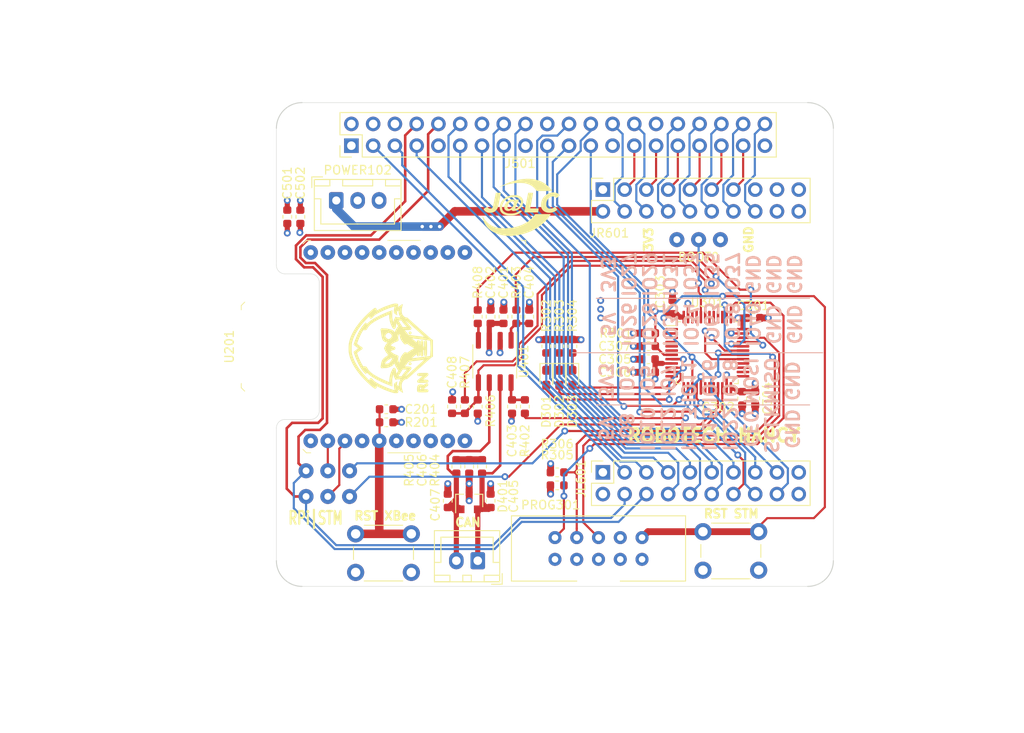
<source format=kicad_pcb>
(kicad_pcb (version 20171130) (host pcbnew "(5.1.5)-3")
  (layers (0 F.Cu signal) (1 In1.Cu power) (2 In2.Cu power) (31 B.Cu signal) (34 B.Paste user hide) (35 F.Paste user hide) (36 B.SilkS user hide) (37 F.SilkS user) (38 B.Mask user hide) (39 F.Mask user hide) (44 Edge.Cuts user))
  (net 0 "")
  (net 1 GND)
  (net 2 +3V3)
  (net 3 +5V)
  (net 4 CE0)
  (net 5 MISO)
  (net 6 MOSI)
  (net 7 TXD_TCAN337)
  (net 8 RXD_TCAN337)
  (net 9 UART_RX_STM)
  (net 10 UART_TX_Xbee)
  (net 11 UART_TX_STM)
  (net 12 UART_RX_Xbee)
  (net 13 /XBee/XBEE_RST)
  (net 14 /STM32/nRST)
  (net 15 /TCAN/CAN_SILENT_FILTERED)
  (net 16 /TCAN/CAN_TX_FILTERED)
  (net 17 /TCAN/CAN_P)
  (net 18 "Net-(C406-Pad1)")
  (net 19 /TCAN/CAN_N)
  (net 20 CAN_FAULT)
  (net 21 /STM32/LED1)
  (net 22 "Net-(D301-Pad1)")
  (net 23 /STM32/LED2)
  (net 24 "Net-(D302-Pad1)")
  (net 25 /STM32/LED3)
  (net 26 "Net-(D303-Pad1)")
  (net 27 P40)
  (net 28 P38)
  (net 29 P37)
  (net 30 P36)
  (net 31 P35)
  (net 32 P34)
  (net 33 P33)
  (net 34 P32)
  (net 35 P31)
  (net 36 P29)
  (net 37 P28)
  (net 38 P27)
  (net 39 P26)
  (net 40 P23)
  (net 41 P22)
  (net 42 P18)
  (net 43 P16)
  (net 44 P15)
  (net 45 P13)
  (net 46 P12)
  (net 47 P11)
  (net 48 P10)
  (net 49 P8)
  (net 50 P7)
  (net 51 P5)
  (net 52 P3)
  (net 53 "Net-(POWER102-Pad3)")
  (net 54 "Net-(PROG301-Pad8)")
  (net 55 "Net-(PROG301-Pad7)")
  (net 56 /STM32/SWO)
  (net 57 /STM32/SWCLK)
  (net 58 /STM32/SWDIO)
  (net 59 CAN_SILENT)
  (net 60 CAN_SHDN)
  (net 61 /TCAN/CAN_RX_DIRECT)
  (net 62 /STM32/BOOT)
  (net 63 "Net-(U201-Pad20)")
  (net 64 "Net-(U201-Pad19)")
  (net 65 "Net-(U201-Pad18)")
  (net 66 "Net-(U201-Pad17)")
  (net 67 "Net-(U201-Pad16)")
  (net 68 "Net-(U201-Pad15)")
  (net 69 "Net-(U201-Pad14)")
  (net 70 "Net-(U201-Pad13)")
  (net 71 "Net-(U201-Pad12)")
  (net 72 "Net-(U201-Pad11)")
  (net 73 "Net-(U201-Pad9)")
  (net 74 "Net-(U201-Pad8)")
  (net 75 "Net-(U201-Pad7)")
  (net 76 "Net-(U201-Pad6)")
  (net 77 "Net-(U201-Pad4)")
  (net 78 "Net-(U301-Pad46)")
  (net 79 "Net-(U301-Pad45)")
  (net 80 "Net-(U301-Pad43)")
  (net 81 "Net-(U301-Pad42)")
  (net 82 "Net-(U301-Pad41)")
  (net 83 "Net-(U301-Pad40)")
  (net 84 "Net-(U301-Pad39)")
  (net 85 "Net-(U301-Pad28)")
  (net 86 "Net-(U301-Pad27)")
  (net 87 "Net-(U301-Pad26)")
  (net 88 "Net-(U301-Pad25)")
  (net 89 "Net-(U301-Pad20)")
  (net 90 "Net-(U301-Pad19)")
  (net 91 "Net-(U301-Pad18)")
  (net 92 "Net-(U301-Pad13)")
  (net 93 "Net-(U301-Pad6)")
  (net 94 "Net-(U301-Pad5)")
  (net 95 "Net-(U301-Pad4)")
  (net 96 "Net-(U301-Pad3)")
  (net 97 "Net-(U301-Pad2)")
  (net 98 "Net-(U301-Pad1)")
  (module Logos:jlcpcb10x10 (layer F.Cu) (at 28.448 11.938)
    (fp_text reference G*** hide)
    (fp_text value LOGO hide)
  )
  (module Logos:logoRobotechNancy10x10 (layer F.Cu) (at 13.208 28.702 90)
    (fp_text reference G*** hide)
    (fp_text value LOGO hide)
  )
  (module Connecteurs:XBEE_PRO-20_THT (layer F.Cu) (at 13 28.5 90)
    (fp_text reference U201 (at 0 -18.49 90) (layer F.SilkS))
    (fp_text value XBee)
    (pad 20 thru_hole circle (at 11 -9 90) (size 1.7 1.7) (drill 0.7) (layers *.Cu *.Mask) (net 63 "Net-(U201-Pad20)"))
    (pad 19 thru_hole circle (at 11 -7 90) (size 1.7 1.7) (drill 0.7) (layers *.Cu *.Mask) (net 64 "Net-(U201-Pad19)"))
    (pad 18 thru_hole circle (at 11 -5 90) (size 1.7 1.7) (drill 0.7) (layers *.Cu *.Mask) (net 65 "Net-(U201-Pad18)"))
    (pad 17 thru_hole circle (at 11 -3 90) (size 1.7 1.7) (drill 0.7) (layers *.Cu *.Mask) (net 66 "Net-(U201-Pad17)"))
    (pad 16 thru_hole circle (at 11 -1 90) (size 1.7 1.7) (drill 0.7) (layers *.Cu *.Mask) (net 67 "Net-(U201-Pad16)"))
    (pad 15 thru_hole circle (at 11 1 90) (size 1.7 1.7) (drill 0.7) (layers *.Cu *.Mask) (net 68 "Net-(U201-Pad15)"))
    (pad 14 thru_hole circle (at 11 3 90) (size 1.7 1.7) (drill 0.7) (layers *.Cu *.Mask) (net 69 "Net-(U201-Pad14)"))
    (pad 13 thru_hole circle (at 11 5 90) (size 1.7 1.7) (drill 0.7) (layers *.Cu *.Mask) (net 70 "Net-(U201-Pad13)"))
    (pad 12 thru_hole circle (at 11 7 90) (size 1.7 1.7) (drill 0.7) (layers *.Cu *.Mask) (net 71 "Net-(U201-Pad12)"))
    (pad 11 thru_hole circle (at 11 9 90) (size 1.7 1.7) (drill 0.7) (layers *.Cu *.Mask) (net 72 "Net-(U201-Pad11)"))
    (pad 10 thru_hole circle (at -11 9 90) (size 1.7 1.7) (drill 0.7) (layers *.Cu *.Mask) (net 1 GND))
    (pad 9 thru_hole circle (at -11 7 90) (size 1.7 1.7) (drill 0.7) (layers *.Cu *.Mask) (net 73 "Net-(U201-Pad9)"))
    (pad 8 thru_hole circle (at -11 5 90) (size 1.7 1.7) (drill 0.7) (layers *.Cu *.Mask) (net 74 "Net-(U201-Pad8)"))
    (pad 7 thru_hole circle (at -11 3 90) (size 1.7 1.7) (drill 0.7) (layers *.Cu *.Mask) (net 75 "Net-(U201-Pad7)"))
    (pad 6 thru_hole circle (at -11 1 90) (size 1.7 1.7) (drill 0.7) (layers *.Cu *.Mask) (net 76 "Net-(U201-Pad6)"))
    (pad 5 thru_hole circle (at -11 -1 90) (size 1.7 1.7) (drill 0.7) (layers *.Cu *.Mask) (net 13 /XBee/XBEE_RST))
    (pad 4 thru_hole circle (at -11 -3 90) (size 1.7 1.7) (drill 0.7) (layers *.Cu *.Mask) (net 77 "Net-(U201-Pad4)"))
    (pad 3 thru_hole circle (at -11 -5 90) (size 1.7 1.7) (drill 0.7) (layers *.Cu *.Mask) (net 12 UART_RX_Xbee))
    (pad 2 thru_hole circle (at -11 -7 90) (size 1.7 1.7) (drill 0.7) (layers *.Cu *.Mask) (net 10 UART_TX_Xbee))
    (pad 1 thru_hole circle (at -11 -9 90) (size 1.7 1.7) (drill 0.7) (layers *.Cu *.Mask) (net 2 +3V3))
  )
  (module Connecteurs:SW_2P2T_2.54_01x03 (layer F.Cu) (at 49.276 16.002 90)
    (fp_text reference BOOT0 (at -2.032 0 180) (layer F.SilkS))
    (fp_text value SW_SPDT)
    (pad 3 thru_hole circle (at 0 2.54) (size 1.75 1.75) (drill 0.8) (layers *.Cu *.Mask) (net 1 GND))
    (pad 2 thru_hole circle (at 0 0) (size 1.75 1.75) (drill 0.8) (layers *.Cu *.Mask) (net 62 /STM32/BOOT))
    (pad 1 thru_hole circle (at 0 -2.54) (size 1.75 1.75) (drill 0.8) (layers *.Cu *.Mask) (net 2 +3V3))
  )
  (module Connecteurs:SW_2P2T_2.54_01x03 (layer F.Cu) (at 6 46 90)
    (fp_text reference SW202 hide)
    (fp_text value "SW 2P2T")
    (pad 3 thru_hole circle (at 0 2.54) (size 1.75 1.75) (drill 0.8) (layers *.Cu *.Mask) (net 11 UART_TX_STM))
    (pad 2 thru_hole circle (at 0 0) (size 1.75 1.75) (drill 0.8) (layers *.Cu *.Mask) (net 12 UART_RX_Xbee))
    (pad 1 thru_hole circle (at 0 -2.54) (size 1.75 1.75) (drill 0.8) (layers *.Cu *.Mask) (net 49 P8))
  )
  (module Connecteurs:SW_2P2T_2.54_01x03 (layer F.Cu) (at 6 43 90)
    (fp_text reference SW201 hide)
    (fp_text value "SW 2P2T")
    (pad 3 thru_hole circle (at 0 2.54) (size 1.75 1.75) (drill 0.8) (layers *.Cu *.Mask) (net 9 UART_RX_STM))
    (pad 2 thru_hole circle (at 0 0) (size 1.75 1.75) (drill 0.8) (layers *.Cu *.Mask) (net 10 UART_TX_Xbee))
    (pad 1 thru_hole circle (at 0 -2.54) (size 1.75 1.75) (drill 0.8) (layers *.Cu *.Mask) (net 48 P10))
  )
  (module Resistor_SMD:R_0603_1608Metric (layer F.Cu) (at 43.434 26.924)
    (fp_text reference R301 (at -3.81 0) (layer F.SilkS))
    (fp_text value 10k)
    (pad 2 smd roundrect (at 0.7875 0) (size 0.875 0.95) (layers F.Cu F.Paste F.Mask) (net 14 /STM32/nRST))
    (pad 1 smd roundrect (at -0.7875 0) (size 0.875 0.95) (layers F.Cu F.Paste F.Mask) (net 2 +3V3))
  )
  (module Resistor_SMD:R_0603_1608Metric (layer F.Cu) (at 12.827 37.338 180)
    (fp_text reference R201 (at -4.064 0) (layer F.SilkS))
    (fp_text value 10k)
    (pad 2 smd roundrect (at 0.7875 0 180) (size 0.875 0.95) (layers F.Cu F.Paste F.Mask) (net 13 /XBee/XBEE_RST))
    (pad 1 smd roundrect (at -0.7875 0 180) (size 0.875 0.95) (layers F.Cu F.Paste F.Mask) (net 2 +3V3))
  )
  (module Package_SO:SOIC-8_3.9x4.9mm_P1.27mm (layer F.Cu) (at 25.48 30.23 270)
    (fp_text reference U401 (at 0 -3.4 90) (layer F.SilkS))
    (fp_text value TCAN337)
    (pad 8 smd roundrect (at 2.475 -1.905 270) (size 1.95 0.6) (layers F.Cu F.Paste F.Mask) (net 15 /TCAN/CAN_SILENT_FILTERED))
    (pad 7 smd roundrect (at 2.475 -0.635 270) (size 1.95 0.6) (layers F.Cu F.Paste F.Mask) (net 17 /TCAN/CAN_P))
    (pad 6 smd roundrect (at 2.475 0.635 270) (size 1.95 0.6) (layers F.Cu F.Paste F.Mask) (net 19 /TCAN/CAN_N))
    (pad 5 smd roundrect (at 2.475 1.905 270) (size 1.95 0.6) (layers F.Cu F.Paste F.Mask) (net 20 CAN_FAULT))
    (pad 4 smd roundrect (at -2.475 1.905 270) (size 1.95 0.6) (layers F.Cu F.Paste F.Mask) (net 61 /TCAN/CAN_RX_DIRECT))
    (pad 3 smd roundrect (at -2.475 0.635 270) (size 1.95 0.6) (layers F.Cu F.Paste F.Mask) (net 2 +3V3))
    (pad 2 smd roundrect (at -2.475 -0.635 270) (size 1.95 0.6) (layers F.Cu F.Paste F.Mask) (net 1 GND))
    (pad 1 smd roundrect (at -2.475 -1.905 270) (size 1.95 0.6) (layers F.Cu F.Paste F.Mask) (net 16 /TCAN/CAN_TX_FILTERED))
  )
  (module Package_QFP:LQFP-48_7x7mm_P0.5mm (layer F.Cu) (at 50.292 29.21)
    (fp_text reference U301 (at 0 -5.85) (layer F.SilkS))
    (fp_text value STM32)
    (pad 48 smd roundrect (at -2.75 -4.1625) (size 0.3 1.475) (layers F.Cu F.Paste F.Mask) (net 2 +3V3))
    (pad 47 smd roundrect (at -2.25 -4.1625) (size 0.3 1.475) (layers F.Cu F.Paste F.Mask) (net 1 GND))
    (pad 46 smd roundrect (at -1.75 -4.1625) (size 0.3 1.475) (layers F.Cu F.Paste F.Mask) (net 78 "Net-(U301-Pad46)"))
    (pad 45 smd roundrect (at -1.25 -4.1625) (size 0.3 1.475) (layers F.Cu F.Paste F.Mask) (net 79 "Net-(U301-Pad45)"))
    (pad 44 smd roundrect (at -0.75 -4.1625) (size 0.3 1.475) (layers F.Cu F.Paste F.Mask) (net 62 /STM32/BOOT))
    (pad 43 smd roundrect (at -0.25 -4.1625) (size 0.3 1.475) (layers F.Cu F.Paste F.Mask) (net 80 "Net-(U301-Pad43)"))
    (pad 42 smd roundrect (at 0.25 -4.1625) (size 0.3 1.475) (layers F.Cu F.Paste F.Mask) (net 81 "Net-(U301-Pad42)"))
    (pad 41 smd roundrect (at 0.75 -4.1625) (size 0.3 1.475) (layers F.Cu F.Paste F.Mask) (net 82 "Net-(U301-Pad41)"))
    (pad 40 smd roundrect (at 1.25 -4.1625) (size 0.3 1.475) (layers F.Cu F.Paste F.Mask) (net 83 "Net-(U301-Pad40)"))
    (pad 39 smd roundrect (at 1.75 -4.1625) (size 0.3 1.475) (layers F.Cu F.Paste F.Mask) (net 84 "Net-(U301-Pad39)"))
    (pad 38 smd roundrect (at 2.25 -4.1625) (size 0.3 1.475) (layers F.Cu F.Paste F.Mask) (net 57 /STM32/SWCLK))
    (pad 37 smd roundrect (at 2.75 -4.1625) (size 0.3 1.475) (layers F.Cu F.Paste F.Mask) (net 58 /STM32/SWDIO))
    (pad 36 smd roundrect (at 4.1625 -2.75) (size 1.475 0.3) (layers F.Cu F.Paste F.Mask) (net 2 +3V3))
    (pad 35 smd roundrect (at 4.1625 -2.25) (size 1.475 0.3) (layers F.Cu F.Paste F.Mask) (net 1 GND))
    (pad 34 smd roundrect (at 4.1625 -1.75) (size 1.475 0.3) (layers F.Cu F.Paste F.Mask) (net 56 /STM32/SWO))
    (pad 33 smd roundrect (at 4.1625 -1.25) (size 1.475 0.3) (layers F.Cu F.Paste F.Mask) (net 8 RXD_TCAN337))
    (pad 32 smd roundrect (at 4.1625 -0.75) (size 1.475 0.3) (layers F.Cu F.Paste F.Mask) (net 7 TXD_TCAN337))
    (pad 31 smd roundrect (at 4.1625 -0.25) (size 1.475 0.3) (layers F.Cu F.Paste F.Mask) (net 60 CAN_SHDN))
    (pad 30 smd roundrect (at 4.1625 0.25) (size 1.475 0.3) (layers F.Cu F.Paste F.Mask) (net 59 CAN_SILENT))
    (pad 29 smd roundrect (at 4.1625 0.75) (size 1.475 0.3) (layers F.Cu F.Paste F.Mask) (net 20 CAN_FAULT))
    (pad 28 smd roundrect (at 4.1625 1.25) (size 1.475 0.3) (layers F.Cu F.Paste F.Mask) (net 85 "Net-(U301-Pad28)"))
    (pad 27 smd roundrect (at 4.1625 1.75) (size 1.475 0.3) (layers F.Cu F.Paste F.Mask) (net 86 "Net-(U301-Pad27)"))
    (pad 26 smd roundrect (at 4.1625 2.25) (size 1.475 0.3) (layers F.Cu F.Paste F.Mask) (net 87 "Net-(U301-Pad26)"))
    (pad 25 smd roundrect (at 4.1625 2.75) (size 1.475 0.3) (layers F.Cu F.Paste F.Mask) (net 88 "Net-(U301-Pad25)"))
    (pad 24 smd roundrect (at 2.75 4.1625) (size 0.3 1.475) (layers F.Cu F.Paste F.Mask) (net 2 +3V3))
    (pad 23 smd roundrect (at 2.25 4.1625) (size 0.3 1.475) (layers F.Cu F.Paste F.Mask) (net 1 GND))
    (pad 22 smd roundrect (at 1.75 4.1625) (size 0.3 1.475) (layers F.Cu F.Paste F.Mask) (net 9 UART_RX_STM))
    (pad 21 smd roundrect (at 1.25 4.1625) (size 0.3 1.475) (layers F.Cu F.Paste F.Mask) (net 11 UART_TX_STM))
    (pad 20 smd roundrect (at 0.75 4.1625) (size 0.3 1.475) (layers F.Cu F.Paste F.Mask) (net 89 "Net-(U301-Pad20)"))
    (pad 19 smd roundrect (at 0.25 4.1625) (size 0.3 1.475) (layers F.Cu F.Paste F.Mask) (net 90 "Net-(U301-Pad19)"))
    (pad 18 smd roundrect (at -0.25 4.1625) (size 0.3 1.475) (layers F.Cu F.Paste F.Mask) (net 91 "Net-(U301-Pad18)"))
    (pad 17 smd roundrect (at -0.75 4.1625) (size 0.3 1.475) (layers F.Cu F.Paste F.Mask) (net 6 MOSI))
    (pad 16 smd roundrect (at -1.25 4.1625) (size 0.3 1.475) (layers F.Cu F.Paste F.Mask) (net 5 MISO))
    (pad 15 smd roundrect (at -1.75 4.1625) (size 0.3 1.475) (layers F.Cu F.Paste F.Mask) (net 40 P23))
    (pad 14 smd roundrect (at -2.25 4.1625) (size 0.3 1.475) (layers F.Cu F.Paste F.Mask) (net 4 CE0))
    (pad 13 smd roundrect (at -2.75 4.1625) (size 0.3 1.475) (layers F.Cu F.Paste F.Mask) (net 92 "Net-(U301-Pad13)"))
    (pad 12 smd roundrect (at -4.1625 2.75) (size 1.475 0.3) (layers F.Cu F.Paste F.Mask) (net 25 /STM32/LED3))
    (pad 11 smd roundrect (at -4.1625 2.25) (size 1.475 0.3) (layers F.Cu F.Paste F.Mask) (net 23 /STM32/LED2))
    (pad 10 smd roundrect (at -4.1625 1.75) (size 1.475 0.3) (layers F.Cu F.Paste F.Mask) (net 21 /STM32/LED1))
    (pad 9 smd roundrect (at -4.1625 1.25) (size 1.475 0.3) (layers F.Cu F.Paste F.Mask) (net 2 +3V3))
    (pad 8 smd roundrect (at -4.1625 0.75) (size 1.475 0.3) (layers F.Cu F.Paste F.Mask) (net 1 GND))
    (pad 7 smd roundrect (at -4.1625 0.25) (size 1.475 0.3) (layers F.Cu F.Paste F.Mask) (net 14 /STM32/nRST))
    (pad 6 smd roundrect (at -4.1625 -0.25) (size 1.475 0.3) (layers F.Cu F.Paste F.Mask) (net 93 "Net-(U301-Pad6)"))
    (pad 5 smd roundrect (at -4.1625 -0.75) (size 1.475 0.3) (layers F.Cu F.Paste F.Mask) (net 94 "Net-(U301-Pad5)"))
    (pad 4 smd roundrect (at -4.1625 -1.25) (size 1.475 0.3) (layers F.Cu F.Paste F.Mask) (net 95 "Net-(U301-Pad4)"))
    (pad 3 smd roundrect (at -4.1625 -1.75) (size 1.475 0.3) (layers F.Cu F.Paste F.Mask) (net 96 "Net-(U301-Pad3)"))
    (pad 2 smd roundrect (at -4.1625 -2.25) (size 1.475 0.3) (layers F.Cu F.Paste F.Mask) (net 97 "Net-(U301-Pad2)"))
    (pad 1 smd roundrect (at -4.1625 -2.75) (size 1.475 0.3) (layers F.Cu F.Paste F.Mask) (net 98 "Net-(U301-Pad1)"))
  )
  (module Button_Switch_THT:SW_PUSH_6mm (layer F.Cu) (at 15.748 54.864 180)
    (fp_text reference RST_XB201 hide)
    (fp_text value "BTN 6x6")
    (pad 1 thru_hole circle (at 6.5 0 270) (size 2 2) (drill 1.1) (layers *.Cu *.Mask) (net 1 GND))
    (pad 2 thru_hole circle (at 6.5 4.5 270) (size 2 2) (drill 1.1) (layers *.Cu *.Mask) (net 13 /XBee/XBEE_RST))
    (pad 1 thru_hole circle (at 0 0 270) (size 2 2) (drill 1.1) (layers *.Cu *.Mask) (net 1 GND))
    (pad 2 thru_hole circle (at 0 4.5 270) (size 2 2) (drill 1.1) (layers *.Cu *.Mask) (net 13 /XBee/XBEE_RST))
  )
  (module Button_Switch_THT:SW_PUSH_6mm (layer F.Cu) (at 56.284 54.61 180)
    (fp_text reference RST_STM301 hide)
    (fp_text value "BTN 6x6")
    (pad 1 thru_hole circle (at 6.5 0 270) (size 2 2) (drill 1.1) (layers *.Cu *.Mask) (net 1 GND))
    (pad 2 thru_hole circle (at 6.5 4.5 270) (size 2 2) (drill 1.1) (layers *.Cu *.Mask) (net 14 /STM32/nRST))
    (pad 1 thru_hole circle (at 0 0 270) (size 2 2) (drill 1.1) (layers *.Cu *.Mask) (net 1 GND))
    (pad 2 thru_hole circle (at 0 4.5 270) (size 2 2) (drill 1.1) (layers *.Cu *.Mask) (net 14 /STM32/nRST))
  )
  (module Resistor_SMD:R_0603_1608Metric (layer F.Cu) (at 23.5 25 270)
    (fp_text reference R408 (at -4 0 90) (layer F.SilkS))
    (fp_text value 0R)
    (pad 2 smd roundrect (at 0.7875 0 270) (size 0.875 0.95) (layers F.Cu F.Paste F.Mask) (net 61 /TCAN/CAN_RX_DIRECT))
    (pad 1 smd roundrect (at -0.7875 0 270) (size 0.875 0.95) (layers F.Cu F.Paste F.Mask) (net 8 RXD_TCAN337))
  )
  (module Resistor_SMD:R_0603_1608Metric (layer F.Cu) (at 22 35.5 270)
    (fp_text reference R407 (at -4 0 90) (layer F.SilkS))
    (fp_text value 0R)
    (pad 2 smd roundrect (at 0.7875 0 270) (size 0.875 0.95) (layers F.Cu F.Paste F.Mask) (net 20 CAN_FAULT))
    (pad 1 smd roundrect (at -0.7875 0 270) (size 0.875 0.95) (layers F.Cu F.Paste F.Mask) (net 60 CAN_SHDN))
  )
  (module Resistor_SMD:R_0603_1608Metric (layer F.Cu) (at 23.5 35.5 90)
    (fp_text reference R406 (at -0.5 1.5 90) (layer F.SilkS))
    (fp_text value 10k)
    (pad 2 smd roundrect (at 0.7875 0 90) (size 0.875 0.95) (layers F.Cu F.Paste F.Mask) (net 20 CAN_FAULT))
    (pad 1 smd roundrect (at -0.7875 0 90) (size 0.875 0.95) (layers F.Cu F.Paste F.Mask) (net 2 +3V3))
  )
  (module Resistor_SMD:R_0603_1608Metric (layer F.Cu) (at 21 42.5 270)
    (fp_text reference R405 (at 0.426 5.506 90) (layer F.SilkS))
    (fp_text value 56)
    (pad 2 smd roundrect (at 0.7875 0 270) (size 0.875 0.95) (layers F.Cu F.Paste F.Mask) (net 19 /TCAN/CAN_N))
    (pad 1 smd roundrect (at -0.7875 0 270) (size 0.875 0.95) (layers F.Cu F.Paste F.Mask) (net 18 "Net-(C406-Pad1)"))
  )
  (module Resistor_SMD:R_0603_1608Metric (layer F.Cu) (at 24 42.5 90)
    (fp_text reference R404 (at -0.426 -5.5 90) (layer F.SilkS))
    (fp_text value 56)
    (pad 2 smd roundrect (at 0.7875 0 90) (size 0.875 0.95) (layers F.Cu F.Paste F.Mask) (net 18 "Net-(C406-Pad1)"))
    (pad 1 smd roundrect (at -0.7875 0 90) (size 0.875 0.95) (layers F.Cu F.Paste F.Mask) (net 17 /TCAN/CAN_P))
  )
  (module Resistor_SMD:R_0603_1608Metric (layer F.Cu) (at 28 25 90)
    (fp_text reference R403 (at 4 0 90) (layer F.SilkS))
    (fp_text value 0R)
    (pad 2 smd roundrect (at 0.7875 0 90) (size 0.875 0.95) (layers F.Cu F.Paste F.Mask) (net 7 TXD_TCAN337))
    (pad 1 smd roundrect (at -0.7875 0 90) (size 0.875 0.95) (layers F.Cu F.Paste F.Mask) (net 16 /TCAN/CAN_TX_FILTERED))
  )
  (module Resistor_SMD:R_0603_1608Metric (layer F.Cu) (at 29 35.5 270)
    (fp_text reference R402 (at 4 0 90) (layer F.SilkS))
    (fp_text value 1k)
    (pad 2 smd roundrect (at 0.7875 0 270) (size 0.875 0.95) (layers F.Cu F.Paste F.Mask) (net 59 CAN_SILENT))
    (pad 1 smd roundrect (at -0.7875 0 270) (size 0.875 0.95) (layers F.Cu F.Paste F.Mask) (net 15 /TCAN/CAN_SILENT_FILTERED))
  )
  (module Resistor_SMD:R_0603_1608Metric (layer F.Cu) (at 32.766 43.18 180)
    (fp_text reference R306 (at 0 3.302) (layer F.SilkS))
    (fp_text value 10k)
    (pad 2 smd roundrect (at 0.7875 0 180) (size 0.875 0.95) (layers F.Cu F.Paste F.Mask) (net 1 GND))
    (pad 1 smd roundrect (at -0.7875 0 180) (size 0.875 0.95) (layers F.Cu F.Paste F.Mask) (net 57 /STM32/SWCLK))
  )
  (module Resistor_SMD:R_0603_1608Metric (layer F.Cu) (at 32.766 44.704)
    (fp_text reference R305 (at 0 -3.556) (layer F.SilkS))
    (fp_text value 10k)
    (pad 2 smd roundrect (at 0.7875 0) (size 0.875 0.95) (layers F.Cu F.Paste F.Mask) (net 58 /STM32/SWDIO))
    (pad 1 smd roundrect (at -0.7875 0) (size 0.875 0.95) (layers F.Cu F.Paste F.Mask) (net 2 +3V3))
  )
  (module Resistor_SMD:R_0603_1608Metric (layer F.Cu) (at 34.544 28.448 270)
    (fp_text reference R304 (at -3.556 0 90) (layer F.SilkS))
    (fp_text value 220)
    (pad 2 smd roundrect (at 0.7875 0 270) (size 0.875 0.95) (layers F.Cu F.Paste F.Mask) (net 26 "Net-(D303-Pad1)"))
    (pad 1 smd roundrect (at -0.7875 0 270) (size 0.875 0.95) (layers F.Cu F.Paste F.Mask) (net 1 GND))
  )
  (module Resistor_SMD:R_0603_1608Metric (layer F.Cu) (at 33.02 28.448 270)
    (fp_text reference R303 (at -3.556 0 90) (layer F.SilkS))
    (fp_text value 220)
    (pad 2 smd roundrect (at 0.7875 0 270) (size 0.875 0.95) (layers F.Cu F.Paste F.Mask) (net 24 "Net-(D302-Pad1)"))
    (pad 1 smd roundrect (at -0.7875 0 270) (size 0.875 0.95) (layers F.Cu F.Paste F.Mask) (net 1 GND))
  )
  (module Resistor_SMD:R_0603_1608Metric (layer F.Cu) (at 31.496 28.448 270)
    (fp_text reference R302 (at -3.556 0 90) (layer F.SilkS))
    (fp_text value 220)
    (pad 2 smd roundrect (at 0.7875 0 270) (size 0.875 0.95) (layers F.Cu F.Paste F.Mask) (net 22 "Net-(D301-Pad1)"))
    (pad 1 smd roundrect (at -0.7875 0 270) (size 0.875 0.95) (layers F.Cu F.Paste F.Mask) (net 1 GND))
  )
  (module Connecteurs:JTAG10 (layer F.Cu) (at 32.512 53.34 90)
    (fp_text reference PROG301 (at 6.35 -0.508 180) (layer F.SilkS))
    (fp_text value JTAG)
    (pad 10 thru_hole circle (at 2.54 10.16 90) (size 1.524 1.524) (drill 0.762) (layers *.Cu *.Mask) (net 14 /STM32/nRST))
    (pad 9 thru_hole circle (at 0 10.16 90) (size 1.524 1.524) (drill 0.762) (layers *.Cu *.Mask) (net 1 GND))
    (pad 8 thru_hole circle (at 2.54 7.62 90) (size 1.524 1.524) (drill 0.762) (layers *.Cu *.Mask) (net 54 "Net-(PROG301-Pad8)"))
    (pad 7 thru_hole circle (at 0 7.62 90) (size 1.524 1.524) (drill 0.762) (layers *.Cu *.Mask) (net 55 "Net-(PROG301-Pad7)"))
    (pad 6 thru_hole circle (at 2.54 5.08 90) (size 1.524 1.524) (drill 0.762) (layers *.Cu *.Mask) (net 56 /STM32/SWO))
    (pad 5 thru_hole circle (at 0 5.08 90) (size 1.524 1.524) (drill 0.762) (layers *.Cu *.Mask) (net 1 GND))
    (pad 4 thru_hole circle (at 2.54 2.54 90) (size 1.524 1.524) (drill 0.762) (layers *.Cu *.Mask) (net 57 /STM32/SWCLK))
    (pad 3 thru_hole circle (at 0 2.54 90) (size 1.524 1.524) (drill 0.762) (layers *.Cu *.Mask) (net 1 GND))
    (pad 2 thru_hole circle (at 2.54 0 90) (size 1.524 1.524) (drill 0.762) (layers *.Cu *.Mask) (net 58 /STM32/SWDIO))
    (pad 1 thru_hole circle (at 0 0 90) (size 1.524 1.524) (drill 0.762) (layers *.Cu *.Mask) (net 2 +3V3))
  )
  (module Connector_JST:JST_XH_B3B-XH-A_1x03_P2.50mm_Vertical (layer F.Cu) (at 6.985 11.43)
    (fp_text reference POWER102 (at 2.5 -3.55) (layer F.SilkS))
    (fp_text value "Conn_01x03 JST")
    (pad 3 thru_hole oval (at 5 0) (size 1.7 1.95) (drill 0.95) (layers *.Cu *.Mask) (net 53 "Net-(POWER102-Pad3)"))
    (pad 2 thru_hole oval (at 2.5 0) (size 1.7 1.95) (drill 0.95) (layers *.Cu *.Mask) (net 1 GND))
    (pad 1 thru_hole roundrect (at 0 0) (size 1.7 1.95) (drill 0.95) (layers *.Cu *.Mask) (roundrect_rratio 0.147059) (net 3 +5V))
  )
  (module Connector_PinSocket_2.54mm:PinSocket_2x10_P2.54mm_Vertical (layer F.Cu) (at 38.1 10.16 90)
    (fp_text reference JR601 (at -5.08 0.762 180) (layer F.SilkS))
    (fp_text value "Conn_02x10 PS")
    (pad 20 thru_hole oval (at -2.54 22.86 90) (size 1.7 1.7) (drill 1) (layers *.Cu *.Mask) (net 1 GND))
    (pad 19 thru_hole oval (at 0 22.86 90) (size 1.7 1.7) (drill 1) (layers *.Cu *.Mask) (net 1 GND))
    (pad 18 thru_hole oval (at -2.54 20.32 90) (size 1.7 1.7) (drill 1) (layers *.Cu *.Mask) (net 1 GND))
    (pad 17 thru_hole oval (at 0 20.32 90) (size 1.7 1.7) (drill 1) (layers *.Cu *.Mask) (net 1 GND))
    (pad 16 thru_hole oval (at -2.54 17.78 90) (size 1.7 1.7) (drill 1) (layers *.Cu *.Mask) (net 27 P40))
    (pad 15 thru_hole oval (at 0 17.78 90) (size 1.7 1.7) (drill 1) (layers *.Cu *.Mask) (net 1 GND))
    (pad 14 thru_hole oval (at -2.54 15.24 90) (size 1.7 1.7) (drill 1) (layers *.Cu *.Mask) (net 28 P38))
    (pad 13 thru_hole oval (at 0 15.24 90) (size 1.7 1.7) (drill 1) (layers *.Cu *.Mask) (net 29 P37))
    (pad 12 thru_hole oval (at -2.54 12.7 90) (size 1.7 1.7) (drill 1) (layers *.Cu *.Mask) (net 30 P36))
    (pad 11 thru_hole oval (at 0 12.7 90) (size 1.7 1.7) (drill 1) (layers *.Cu *.Mask) (net 31 P35))
    (pad 10 thru_hole oval (at -2.54 10.16 90) (size 1.7 1.7) (drill 1) (layers *.Cu *.Mask) (net 32 P34))
    (pad 9 thru_hole oval (at 0 10.16 90) (size 1.7 1.7) (drill 1) (layers *.Cu *.Mask) (net 33 P33))
    (pad 8 thru_hole oval (at -2.54 7.62 90) (size 1.7 1.7) (drill 1) (layers *.Cu *.Mask) (net 34 P32))
    (pad 7 thru_hole oval (at 0 7.62 90) (size 1.7 1.7) (drill 1) (layers *.Cu *.Mask) (net 35 P31))
    (pad 6 thru_hole oval (at -2.54 5.08 90) (size 1.7 1.7) (drill 1) (layers *.Cu *.Mask) (net 37 P28))
    (pad 5 thru_hole oval (at 0 5.08 90) (size 1.7 1.7) (drill 1) (layers *.Cu *.Mask) (net 36 P29))
    (pad 4 thru_hole oval (at -2.54 2.54 90) (size 1.7 1.7) (drill 1) (layers *.Cu *.Mask) (net 39 P26))
    (pad 3 thru_hole oval (at 0 2.54 90) (size 1.7 1.7) (drill 1) (layers *.Cu *.Mask) (net 38 P27))
    (pad 2 thru_hole oval (at -2.54 0 90) (size 1.7 1.7) (drill 1) (layers *.Cu *.Mask) (net 3 +5V))
    (pad 1 thru_hole rect (at 0 0 90) (size 1.7 1.7) (drill 1) (layers *.Cu *.Mask) (net 2 +3V3))
  )
  (module Connector_PinSocket_2.54mm:PinSocket_2x10_P2.54mm_Vertical (layer F.Cu) (at 38.1 43.18 90)
    (fp_text reference JL601 (at -0.762 -2.54 90) (layer F.SilkS))
    (fp_text value "Conn_02x10 PS")
    (pad 20 thru_hole oval (at -2.54 22.86 90) (size 1.7 1.7) (drill 1) (layers *.Cu *.Mask) (net 1 GND))
    (pad 19 thru_hole oval (at 0 22.86 90) (size 1.7 1.7) (drill 1) (layers *.Cu *.Mask) (net 1 GND))
    (pad 18 thru_hole oval (at -2.54 20.32 90) (size 1.7 1.7) (drill 1) (layers *.Cu *.Mask) (net 40 P23))
    (pad 17 thru_hole oval (at 0 20.32 90) (size 1.7 1.7) (drill 1) (layers *.Cu *.Mask) (net 5 MISO))
    (pad 16 thru_hole oval (at -2.54 17.78 90) (size 1.7 1.7) (drill 1) (layers *.Cu *.Mask) (net 4 CE0))
    (pad 15 thru_hole oval (at 0 17.78 90) (size 1.7 1.7) (drill 1) (layers *.Cu *.Mask) (net 6 MOSI))
    (pad 14 thru_hole oval (at -2.54 15.24 90) (size 1.7 1.7) (drill 1) (layers *.Cu *.Mask) (net 41 P22))
    (pad 13 thru_hole oval (at 0 15.24 90) (size 1.7 1.7) (drill 1) (layers *.Cu *.Mask) (net 42 P18))
    (pad 12 thru_hole oval (at -2.54 12.7 90) (size 1.7 1.7) (drill 1) (layers *.Cu *.Mask) (net 44 P15))
    (pad 11 thru_hole oval (at 0 12.7 90) (size 1.7 1.7) (drill 1) (layers *.Cu *.Mask) (net 43 P16))
    (pad 10 thru_hole oval (at -2.54 10.16 90) (size 1.7 1.7) (drill 1) (layers *.Cu *.Mask) (net 45 P13))
    (pad 9 thru_hole oval (at 0 10.16 90) (size 1.7 1.7) (drill 1) (layers *.Cu *.Mask) (net 47 P11))
    (pad 8 thru_hole oval (at -2.54 7.62 90) (size 1.7 1.7) (drill 1) (layers *.Cu *.Mask) (net 46 P12))
    (pad 7 thru_hole oval (at 0 7.62 90) (size 1.7 1.7) (drill 1) (layers *.Cu *.Mask) (net 50 P7))
    (pad 6 thru_hole oval (at -2.54 5.08 90) (size 1.7 1.7) (drill 1) (layers *.Cu *.Mask) (net 48 P10))
    (pad 5 thru_hole oval (at 0 5.08 90) (size 1.7 1.7) (drill 1) (layers *.Cu *.Mask) (net 51 P5))
    (pad 4 thru_hole oval (at -2.54 2.54 90) (size 1.7 1.7) (drill 1) (layers *.Cu *.Mask) (net 49 P8))
    (pad 3 thru_hole oval (at 0 2.54 90) (size 1.7 1.7) (drill 1) (layers *.Cu *.Mask) (net 52 P3))
    (pad 2 thru_hole oval (at -2.54 0 90) (size 1.7 1.7) (drill 1) (layers *.Cu *.Mask) (net 3 +5V))
    (pad 1 thru_hole rect (at 0 0 90) (size 1.7 1.7) (drill 1) (layers *.Cu *.Mask) (net 2 +3V3))
  )
  (module Connector_PinHeader_2.54mm:PinHeader_2x20_P2.54mm_Vertical (layer F.Cu) (at 8.75 5.03 90)
    (fp_text reference J501 (at -2.082 19.698) (layer F.SilkS))
    (fp_text value "Conn_02x20 PS")
    (pad 40 thru_hole oval (at 2.54 48.26 90) (size 1.7 1.7) (drill 1) (layers *.Cu *.Mask) (net 27 P40))
    (pad 39 thru_hole oval (at 0 48.26 90) (size 1.7 1.7) (drill 1) (layers *.Cu *.Mask) (net 1 GND))
    (pad 38 thru_hole oval (at 2.54 45.72 90) (size 1.7 1.7) (drill 1) (layers *.Cu *.Mask) (net 28 P38))
    (pad 37 thru_hole oval (at 0 45.72 90) (size 1.7 1.7) (drill 1) (layers *.Cu *.Mask) (net 29 P37))
    (pad 36 thru_hole oval (at 2.54 43.18 90) (size 1.7 1.7) (drill 1) (layers *.Cu *.Mask) (net 30 P36))
    (pad 35 thru_hole oval (at 0 43.18 90) (size 1.7 1.7) (drill 1) (layers *.Cu *.Mask) (net 31 P35))
    (pad 34 thru_hole oval (at 2.54 40.64 90) (size 1.7 1.7) (drill 1) (layers *.Cu *.Mask) (net 32 P34))
    (pad 33 thru_hole oval (at 0 40.64 90) (size 1.7 1.7) (drill 1) (layers *.Cu *.Mask) (net 33 P33))
    (pad 32 thru_hole oval (at 2.54 38.1 90) (size 1.7 1.7) (drill 1) (layers *.Cu *.Mask) (net 34 P32))
    (pad 31 thru_hole oval (at 0 38.1 90) (size 1.7 1.7) (drill 1) (layers *.Cu *.Mask) (net 35 P31))
    (pad 30 thru_hole oval (at 2.54 35.56 90) (size 1.7 1.7) (drill 1) (layers *.Cu *.Mask) (net 1 GND))
    (pad 29 thru_hole oval (at 0 35.56 90) (size 1.7 1.7) (drill 1) (layers *.Cu *.Mask) (net 36 P29))
    (pad 28 thru_hole oval (at 2.54 33.02 90) (size 1.7 1.7) (drill 1) (layers *.Cu *.Mask) (net 37 P28))
    (pad 27 thru_hole oval (at 0 33.02 90) (size 1.7 1.7) (drill 1) (layers *.Cu *.Mask) (net 38 P27))
    (pad 26 thru_hole oval (at 2.54 30.48 90) (size 1.7 1.7) (drill 1) (layers *.Cu *.Mask) (net 39 P26))
    (pad 25 thru_hole oval (at 0 30.48 90) (size 1.7 1.7) (drill 1) (layers *.Cu *.Mask) (net 1 GND))
    (pad 24 thru_hole oval (at 2.54 27.94 90) (size 1.7 1.7) (drill 1) (layers *.Cu *.Mask) (net 4 CE0))
    (pad 23 thru_hole oval (at 0 27.94 90) (size 1.7 1.7) (drill 1) (layers *.Cu *.Mask) (net 40 P23))
    (pad 22 thru_hole oval (at 2.54 25.4 90) (size 1.7 1.7) (drill 1) (layers *.Cu *.Mask) (net 41 P22))
    (pad 21 thru_hole oval (at 0 25.4 90) (size 1.7 1.7) (drill 1) (layers *.Cu *.Mask) (net 5 MISO))
    (pad 20 thru_hole oval (at 2.54 22.86 90) (size 1.7 1.7) (drill 1) (layers *.Cu *.Mask) (net 1 GND))
    (pad 19 thru_hole oval (at 0 22.86 90) (size 1.7 1.7) (drill 1) (layers *.Cu *.Mask) (net 6 MOSI))
    (pad 18 thru_hole oval (at 2.54 20.32 90) (size 1.7 1.7) (drill 1) (layers *.Cu *.Mask) (net 42 P18))
    (pad 17 thru_hole oval (at 0 20.32 90) (size 1.7 1.7) (drill 1) (layers *.Cu *.Mask) (net 2 +3V3))
    (pad 16 thru_hole oval (at 2.54 17.78 90) (size 1.7 1.7) (drill 1) (layers *.Cu *.Mask) (net 43 P16))
    (pad 15 thru_hole oval (at 0 17.78 90) (size 1.7 1.7) (drill 1) (layers *.Cu *.Mask) (net 44 P15))
    (pad 14 thru_hole oval (at 2.54 15.24 90) (size 1.7 1.7) (drill 1) (layers *.Cu *.Mask) (net 1 GND))
    (pad 13 thru_hole oval (at 0 15.24 90) (size 1.7 1.7) (drill 1) (layers *.Cu *.Mask) (net 45 P13))
    (pad 12 thru_hole oval (at 2.54 12.7 90) (size 1.7 1.7) (drill 1) (layers *.Cu *.Mask) (net 46 P12))
    (pad 11 thru_hole oval (at 0 12.7 90) (size 1.7 1.7) (drill 1) (layers *.Cu *.Mask) (net 47 P11))
    (pad 10 thru_hole oval (at 2.54 10.16 90) (size 1.7 1.7) (drill 1) (layers *.Cu *.Mask) (net 48 P10))
    (pad 9 thru_hole oval (at 0 10.16 90) (size 1.7 1.7) (drill 1) (layers *.Cu *.Mask) (net 1 GND))
    (pad 8 thru_hole oval (at 2.54 7.62 90) (size 1.7 1.7) (drill 1) (layers *.Cu *.Mask) (net 49 P8))
    (pad 7 thru_hole oval (at 0 7.62 90) (size 1.7 1.7) (drill 1) (layers *.Cu *.Mask) (net 50 P7))
    (pad 6 thru_hole oval (at 2.54 5.08 90) (size 1.7 1.7) (drill 1) (layers *.Cu *.Mask) (net 1 GND))
    (pad 5 thru_hole oval (at 0 5.08 90) (size 1.7 1.7) (drill 1) (layers *.Cu *.Mask) (net 51 P5))
    (pad 4 thru_hole oval (at 2.54 2.54 90) (size 1.7 1.7) (drill 1) (layers *.Cu *.Mask) (net 3 +5V))
    (pad 3 thru_hole oval (at 0 2.54 90) (size 1.7 1.7) (drill 1) (layers *.Cu *.Mask) (net 52 P3))
    (pad 2 thru_hole oval (at 2.54 0 90) (size 1.7 1.7) (drill 1) (layers *.Cu *.Mask) (net 3 +5V))
    (pad 1 thru_hole rect (at 0 0 90) (size 1.7 1.7) (drill 1) (layers *.Cu *.Mask) (net 2 +3V3))
  )
  (module Connector_JST:JST_XH_B2B-XH-A_1x02_P2.50mm_Vertical (layer F.Cu) (at 23.5 53.5 180)
    (fp_text reference J401 hide)
    (fp_text value "Conn_01x02 JST")
    (pad 2 thru_hole oval (at 2.5 0 180) (size 1.7 2) (drill 1) (layers *.Cu *.Mask) (net 19 /TCAN/CAN_N))
    (pad 1 thru_hole roundrect (at 0 0 180) (size 1.7 2) (drill 1) (layers *.Cu *.Mask) (roundrect_rratio 0.147059) (net 17 /TCAN/CAN_P))
  )
  (module Package_TO_SOT_SMD:SOT-23 (layer F.Cu) (at 22.5 46.5 90)
    (fp_text reference D401 (at 0.526 3.916 90) (layer F.SilkS))
    (fp_text value D_Zener_x2_ACom_KKA)
    (pad 3 smd rect (at 1 0 90) (size 0.9 0.8) (layers F.Cu F.Paste F.Mask) (net 1 GND))
    (pad 2 smd rect (at -1 0.95 90) (size 0.9 0.8) (layers F.Cu F.Paste F.Mask) (net 17 /TCAN/CAN_P))
    (pad 1 smd rect (at -1 -0.95 90) (size 0.9 0.8) (layers F.Cu F.Paste F.Mask) (net 19 /TCAN/CAN_N))
  )
  (module LED_SMD:LED_0603_1608Metric_Pad1.05x0.95mm_HandSolder (layer F.Cu) (at 34.544 32.131 270)
    (fp_text reference D303 (at 3.937 0 90) (layer F.SilkS))
    (fp_text value LED)
    (pad 2 smd roundrect (at 0.875 0 270) (size 1.05 0.95) (layers F.Cu F.Paste F.Mask) (net 25 /STM32/LED3))
    (pad 1 smd roundrect (at -0.875 0 270) (size 1.05 0.95) (layers F.Cu F.Paste F.Mask) (net 26 "Net-(D303-Pad1)"))
  )
  (module LED_SMD:LED_0603_1608Metric_Pad1.05x0.95mm_HandSolder (layer F.Cu) (at 33.02 32.131 270)
    (fp_text reference D302 (at 3.937 0 90) (layer F.SilkS))
    (fp_text value LED)
    (pad 2 smd roundrect (at 0.875 0 270) (size 1.05 0.95) (layers F.Cu F.Paste F.Mask) (net 23 /STM32/LED2))
    (pad 1 smd roundrect (at -0.875 0 270) (size 1.05 0.95) (layers F.Cu F.Paste F.Mask) (net 24 "Net-(D302-Pad1)"))
  )
  (module LED_SMD:LED_0603_1608Metric_Pad1.05x0.95mm_HandSolder (layer F.Cu) (at 31.496 32.131 270)
    (fp_text reference D301 (at 3.937 0 90) (layer F.SilkS))
    (fp_text value LED)
    (pad 2 smd roundrect (at 0.875 0 270) (size 1.05 0.95) (layers F.Cu F.Paste F.Mask) (net 21 /STM32/LED1))
    (pad 1 smd roundrect (at -0.875 0 270) (size 1.05 0.95) (layers F.Cu F.Paste F.Mask) (net 22 "Net-(D301-Pad1)"))
  )
  (module Capacitor_SMD:C_0603_1608Metric (layer F.Cu) (at 2.794 13.335 270)
    (fp_text reference C502 (at -3.937 0 90) (layer F.SilkS))
    (fp_text value 10u)
    (pad 2 smd roundrect (at 0.7875 0 270) (size 0.875 0.95) (layers F.Cu F.Paste F.Mask) (net 1 GND))
    (pad 1 smd roundrect (at -0.7875 0 270) (size 0.875 0.95) (layers F.Cu F.Paste F.Mask) (net 3 +5V))
  )
  (module Capacitor_SMD:C_0603_1608Metric (layer F.Cu) (at 1.27 13.335 270)
    (fp_text reference C501 (at -3.937 0 90) (layer F.SilkS))
    (fp_text value 100n)
    (pad 2 smd roundrect (at 0.7875 0 270) (size 0.875 0.95) (layers F.Cu F.Paste F.Mask) (net 1 GND))
    (pad 1 smd roundrect (at -0.7875 0 270) (size 0.875 0.95) (layers F.Cu F.Paste F.Mask) (net 3 +5V))
  )
  (module Capacitor_SMD:C_0603_1608Metric (layer F.Cu) (at 20.5 35.5 90)
    (fp_text reference C408 (at 4 0 90) (layer F.SilkS))
    (fp_text value 10n)
    (pad 2 smd roundrect (at 0.7875 0 90) (size 0.875 0.95) (layers F.Cu F.Paste F.Mask) (net 1 GND))
    (pad 1 smd roundrect (at -0.7875 0 90) (size 0.875 0.95) (layers F.Cu F.Paste F.Mask) (net 20 CAN_FAULT))
  )
  (module Capacitor_SMD:C_0603_1608Metric (layer F.Cu) (at 20 46.5 270)
    (fp_text reference C407 (at 0.49 1.458 90) (layer F.SilkS))
    (fp_text value 10n)
    (pad 2 smd roundrect (at 0.7875 0 270) (size 0.875 0.95) (layers F.Cu F.Paste F.Mask) (net 19 /TCAN/CAN_N))
    (pad 1 smd roundrect (at -0.7875 0 270) (size 0.875 0.95) (layers F.Cu F.Paste F.Mask) (net 1 GND))
  )
  (module Capacitor_SMD:C_0603_1608Metric (layer F.Cu) (at 22.5 42.5 270)
    (fp_text reference C406 (at 0.426 5.5 90) (layer F.SilkS))
    (fp_text value 10n)
    (pad 2 smd roundrect (at 0.7875 0 270) (size 0.875 0.95) (layers F.Cu F.Paste F.Mask) (net 1 GND))
    (pad 1 smd roundrect (at -0.7875 0 270) (size 0.875 0.95) (layers F.Cu F.Paste F.Mask) (net 18 "Net-(C406-Pad1)"))
  )
  (module Capacitor_SMD:C_0603_1608Metric (layer F.Cu) (at 25 46.5 90)
    (fp_text reference C405 (at 0.526 2.686 90) (layer F.SilkS))
    (fp_text value 10n)
    (pad 2 smd roundrect (at 0.7875 0 90) (size 0.875 0.95) (layers F.Cu F.Paste F.Mask) (net 1 GND))
    (pad 1 smd roundrect (at -0.7875 0 90) (size 0.875 0.95) (layers F.Cu F.Paste F.Mask) (net 17 /TCAN/CAN_P))
  )
  (module Capacitor_SMD:C_0603_1608Metric (layer F.Cu) (at 29.5 25 90)
    (fp_text reference C404 (at 4 0 90) (layer F.SilkS))
    (fp_text value 10n)
    (pad 2 smd roundrect (at 0.7875 0 90) (size 0.875 0.95) (layers F.Cu F.Paste F.Mask) (net 1 GND))
    (pad 1 smd roundrect (at -0.7875 0 90) (size 0.875 0.95) (layers F.Cu F.Paste F.Mask) (net 16 /TCAN/CAN_TX_FILTERED))
  )
  (module Capacitor_SMD:C_0603_1608Metric (layer F.Cu) (at 27.5 35.5 270)
    (fp_text reference C403 (at 4 0 90) (layer F.SilkS))
    (fp_text value 10n)
    (pad 2 smd roundrect (at 0.7875 0 270) (size 0.875 0.95) (layers F.Cu F.Paste F.Mask) (net 1 GND))
    (pad 1 smd roundrect (at -0.7875 0 270) (size 0.875 0.95) (layers F.Cu F.Paste F.Mask) (net 15 /TCAN/CAN_SILENT_FILTERED))
  )
  (module Capacitor_SMD:C_0603_1608Metric (layer F.Cu) (at 25 25 90)
    (fp_text reference C402 (at 4 0 90) (layer F.SilkS))
    (fp_text value 10u)
    (pad 2 smd roundrect (at 0.7875 0 90) (size 0.875 0.95) (layers F.Cu F.Paste F.Mask) (net 1 GND))
    (pad 1 smd roundrect (at -0.7875 0 90) (size 0.875 0.95) (layers F.Cu F.Paste F.Mask) (net 2 +3V3))
  )
  (module Capacitor_SMD:C_0603_1608Metric (layer F.Cu) (at 26.5 25 90)
    (fp_text reference C401 (at 4 0 90) (layer F.SilkS))
    (fp_text value 100n)
    (pad 2 smd roundrect (at 0.7875 0 90) (size 0.875 0.95) (layers F.Cu F.Paste F.Mask) (net 1 GND))
    (pad 1 smd roundrect (at -0.7875 0 90) (size 0.875 0.95) (layers F.Cu F.Paste F.Mask) (net 2 +3V3))
  )
  (module Capacitor_SMD:C_0603_1608Metric (layer F.Cu) (at 43.434 28.448 180)
    (fp_text reference C307 (at 3.937 0) (layer F.SilkS))
    (fp_text value 100n)
    (pad 2 smd roundrect (at 0.7875 0 180) (size 0.875 0.95) (layers F.Cu F.Paste F.Mask) (net 1 GND))
    (pad 1 smd roundrect (at -0.7875 0 180) (size 0.875 0.95) (layers F.Cu F.Paste F.Mask) (net 14 /STM32/nRST))
  )
  (module Capacitor_SMD:C_0603_1608Metric (layer F.Cu) (at 43.434 31.496 180)
    (fp_text reference C306 (at 3.937 0) (layer F.SilkS))
    (fp_text value 1u)
    (pad 2 smd roundrect (at 0.7875 0 180) (size 0.875 0.95) (layers F.Cu F.Paste F.Mask) (net 1 GND))
    (pad 1 smd roundrect (at -0.7875 0 180) (size 0.875 0.95) (layers F.Cu F.Paste F.Mask) (net 2 +3V3))
  )
  (module Capacitor_SMD:C_0603_1608Metric (layer F.Cu) (at 43.4085 29.972 180)
    (fp_text reference C305 (at 3.9115 0) (layer F.SilkS))
    (fp_text value 10n)
    (pad 2 smd roundrect (at 0.7875 0 180) (size 0.875 0.95) (layers F.Cu F.Paste F.Mask) (net 1 GND))
    (pad 1 smd roundrect (at -0.7875 0 180) (size 0.875 0.95) (layers F.Cu F.Paste F.Mask) (net 2 +3V3))
  )
  (module Capacitor_SMD:C_0603_1608Metric (layer F.Cu) (at 55.88 34.544 270)
    (fp_text reference C304 (at 0 -1.43 90) (layer F.SilkS))
    (fp_text value 10u)
    (pad 2 smd roundrect (at 0.7875 0 270) (size 0.875 0.95) (layers F.Cu F.Paste F.Mask) (net 1 GND))
    (pad 1 smd roundrect (at -0.7875 0 270) (size 0.875 0.95) (layers F.Cu F.Paste F.Mask) (net 2 +3V3))
  )
  (module Capacitor_SMD:C_0603_1608Metric (layer F.Cu) (at 46.228 23.876 90)
    (fp_text reference C303 (at 1.778 -1.43 90) (layer F.SilkS))
    (fp_text value 100n)
    (pad 2 smd roundrect (at 0.7875 0 90) (size 0.875 0.95) (layers F.Cu F.Paste F.Mask) (net 1 GND))
    (pad 1 smd roundrect (at -0.7875 0 90) (size 0.875 0.95) (layers F.Cu F.Paste F.Mask) (net 2 +3V3))
  )
  (module Capacitor_SMD:C_0603_1608Metric (layer F.Cu) (at 54.356 34.544 270)
    (fp_text reference C302 (at 1.016 2.794 180) (layer F.SilkS))
    (fp_text value 100n)
    (pad 2 smd roundrect (at 0.7875 0 270) (size 0.875 0.95) (layers F.Cu F.Paste F.Mask) (net 1 GND))
    (pad 1 smd roundrect (at -0.7875 0 270) (size 0.875 0.95) (layers F.Cu F.Paste F.Mask) (net 2 +3V3))
  )
  (module Capacitor_SMD:C_0603_1608Metric (layer F.Cu) (at 55.626 25.146)
    (fp_text reference C301 (at 0 -1.43) (layer F.SilkS))
    (fp_text value 100n)
    (pad 2 smd roundrect (at 0.7875 0) (size 0.875 0.95) (layers F.Cu F.Paste F.Mask) (net 1 GND))
    (pad 1 smd roundrect (at -0.7875 0) (size 0.875 0.95) (layers F.Cu F.Paste F.Mask) (net 2 +3V3))
  )
  (module Capacitor_SMD:C_0603_1608Metric (layer F.Cu) (at 12.827 35.814)
    (fp_text reference C201 (at 4.064 0) (layer F.SilkS))
    (fp_text value 100n)
    (pad 2 smd roundrect (at 0.7875 0) (size 0.875 0.95) (layers F.Cu F.Paste F.Mask) (net 1 GND))
    (pad 1 smd roundrect (at -0.7875 0) (size 0.875 0.95) (layers F.Cu F.Paste F.Mask) (net 13 /XBee/XBEE_RST))
  )
  (module MountingHole:MountingHole_3.2mm_M3_ISO7380 (layer F.Cu) (at 62 4)
    (fp_text reference REF** hide)
    (fp_text value MountingHole_3.2mm_M3_ISO7380)
    (pad 1 np_thru_hole circle (at 0 0) (size 3.2 3.2) (drill 3.2) (layers *.Cu *.Mask))
  )
  (module MountingHole:MountingHole_3.2mm_M3_ISO7380 (layer F.Cu) (at 3.5 4)
    (fp_text reference REF** hide)
    (fp_text value MountingHole_3.2mm_M3_ISO7380)
    (pad 1 np_thru_hole circle (at 0 0) (size 3.2 3.2) (drill 3.2) (layers *.Cu *.Mask))
  )
  (module MountingHole:MountingHole_3.2mm_M3_ISO7380 (layer F.Cu) (at 3.5 53)
    (fp_text reference REF** hide)
    (fp_text value MountingHole_3.2mm_M3_ISO7380)
    (pad 1 np_thru_hole circle (at 0 0) (size 3.2 3.2) (drill 3.2) (layers *.Cu *.Mask))
  )
  (module MountingHole:MountingHole_3.2mm_M3_ISO7380 (layer F.Cu) (at 61.5 53)
    (fp_text reference REF** hide)
    (fp_text value MountingHole_3.2mm_M3_ISO7380)
    (pad 1 np_thru_hole circle (at 0 0) (size 3.2 3.2) (drill 3.2) (layers *.Cu *.Mask))
  )
  (gr_text CAN (at 22.352 49.022) (layer F.SilkS) (effects (font (size 1 1) (thickness 0.25))))
  (gr_text "RST STM" (at 53.086 48.006) (layer F.SilkS) (effects (font (size 1 1) (thickness 0.25))))
  (gr_line (start 62.23 35.306) (end 37.338 35.306) (layer B.SilkS) (width 0.12))
  (gr_text "GND\nSCLK\nCE0\nIO22\nIO15\nIO13\nIO12\nIO10\nIO8\n5V" (at 49.276 38.1 270) (layer B.SilkS) (effects (font (size 1.5 1.5) (thickness 0.3)) (justify mirror)))
  (gr_text "GND\nMISO\nMOSI\nIO18\nIO16\nIO11\nIO7\nIO5\nIO3\n3V3" (at 49.276 32.512 270) (layer B.SilkS) (effects (font (size 1.5 1.5) (thickness 0.3)) (justify mirror)))
  (gr_line (start 63.754 29.21) (end 34.544 29.21) (layer B.SilkS) (width 0.12))
  (gr_line (start 62.23 22.86) (end 37.338 22.86) (layer B.SilkS) (width 0.12))
  (gr_text "GND\nGND\nIO40\nIO38\nIO63\nIO34\nIO32\nIO28\nIO26\n5V" (at 49.53 25.908 270) (layer B.SilkS) (effects (font (size 1.5 1.5) (thickness 0.3)) (justify mirror)))
  (gr_text "GND\nGND\nGND\nIO37\nIO35\nIO33\nIO31\nIO29\nIO27\n3V3" (at 49.53 20.066 270) (layer B.SilkS) (effects (font (size 1.5 1.5) (thickness 0.3)) (justify mirror)))
  (gr_text "ROBOTECH NANCY" (at 51.054 38.862) (layer F.SilkS) (effects (font (size 1.5 1.5) (thickness 0.375))))
  (gr_text GND (at 55.118 16.002 90) (layer F.SilkS) (effects (font (size 1 1) (thickness 0.25))))
  (gr_text 3V3 (at 43.434 16.002 90) (layer F.SilkS) (effects (font (size 1 1) (thickness 0.25))))
  (gr_text "RST XBee" (at 12.7 48.26) (layer F.SilkS) (effects (font (size 1 1) (thickness 0.25))))
  (gr_text RPi|STM (at 4.572 48.514) (layer F.SilkS) (effects (font (size 1.5 1) (thickness 0.25))))
  (gr_line (start 3 56.5) (end 62 56.5) (layer Edge.Cuts) (width 0.05))
  (gr_arc (start 62 53.5) (end 62 56.5) (angle -90) (layer Edge.Cuts) (width 0.12))
  (gr_line (start 65 53.5) (end 65 3) (layer Edge.Cuts) (width 0.05))
  (gr_arc (start 3 53.5) (end 0 53.5) (angle -90) (layer Edge.Cuts) (width 0.12))
  (gr_arc (start 62 3) (end 65 3) (angle -90) (layer Edge.Cuts) (width 0.12))
  (gr_arc (start 3 3) (end 3 0) (angle -90) (layer Edge.Cuts) (width 0.12))
  (gr_line (start 62 0) (end 3 0) (layer Edge.Cuts) (width 0.05))
  (gr_line (start 0 18.5) (end 0 19) (layer Edge.Cuts) (width 0.05))
  (gr_line (start 4 20) (end 1 20) (layer Edge.Cuts) (width 0.05))
  (gr_arc (start 4 36) (end 4 37) (angle -90) (layer Edge.Cuts) (width 0.05))
  (gr_line (start 0 3) (end 0 18.5) (layer Edge.Cuts) (width 0.05))
  (gr_line (start 1 37) (end 4 37) (layer Edge.Cuts) (width 0.05))
  (gr_arc (start 1 38) (end 1 37) (angle -90) (layer Edge.Cuts) (width 0.05))
  (gr_arc (start 1 19) (end 0 19) (angle -90) (layer Edge.Cuts) (width 0.05))
  (gr_line (start 5 36) (end 5 21) (layer Edge.Cuts) (width 0.05))
  (gr_line (start 0 53.5) (end 0 38) (layer Edge.Cuts) (width 0.05))
  (gr_arc (start 4 21) (end 5 21) (angle -90) (layer Edge.Cuts) (width 0.05))
  (via (at 14.605 35.814) (size 0.8) (drill 0.4) (layers F.Cu B.Cu) (net 1))
  (via (at 1.27 15.24) (size 0.8) (drill 0.4) (layers F.Cu B.Cu) (net 1))
  (segment (start 1.27 14.1225) (end 1.27 15.24) (width 0.6) (layer F.Cu) (net 1))
  (via (at 22.5 44.5) (size 0.8) (drill 0.4) (layers F.Cu B.Cu) (net 1))
  (via (at 22.5 46.5) (size 0.8) (drill 0.4) (layers F.Cu B.Cu) (net 1))
  (via (at 25 44.5) (size 0.8) (drill 0.4) (layers F.Cu B.Cu) (net 1))
  (via (at 20 44.5) (size 0.8) (drill 0.4) (layers F.Cu B.Cu) (net 1))
  (via (at 20.574 33.782) (size 0.8) (drill 0.4) (layers F.Cu B.Cu) (net 1))
  (segment (start 20.5 34.7125) (end 20.5 33.856) (width 0.3) (layer F.Cu) (net 1))
  (segment (start 20.5 33.856) (end 20.574 33.782) (width 0.3) (layer F.Cu) (net 1))
  (via (at 26.0985 29.21) (size 0.8) (drill 0.4) (layers F.Cu B.Cu) (net 1))
  (via (at 25.019 23.241) (size 0.8) (drill 0.4) (layers F.Cu B.Cu) (net 1))
  (segment (start 25 23.26) (end 25.019 23.241) (width 0.3) (layer F.Cu) (net 1))
  (via (at 26.543 23.3045) (size 0.8) (drill 0.4) (layers F.Cu B.Cu) (net 1))
  (segment (start 26.5 23.3475) (end 26.543 23.3045) (width 0.3) (layer F.Cu) (net 1))
  (via (at 29.5275 23.3045) (size 0.8) (drill 0.4) (layers F.Cu B.Cu) (net 1))
  (segment (start 29.5 23.332) (end 29.5275 23.3045) (width 0.3) (layer F.Cu) (net 1))
  (via (at 2.735601 15.181601) (size 0.8) (drill 0.4) (layers F.Cu B.Cu) (net 1))
  (segment (start 2.794 14.1225) (end 2.794 15.123202) (width 0.6) (layer F.Cu) (net 1))
  (segment (start 2.794 15.123202) (end 2.735601 15.181601) (width 0.6) (layer F.Cu) (net 1))
  (via (at 32.004 42.164) (size 0.8) (drill 0.4) (layers F.Cu B.Cu) (net 1))
  (via (at 41.656 31.496) (size 0.8) (drill 0.4) (layers F.Cu B.Cu) (net 1))
  (via (at 41.656 29.972) (size 0.8) (drill 0.4) (layers F.Cu B.Cu) (net 1))
  (via (at 41.656 28.448) (size 0.8) (drill 0.4) (layers F.Cu B.Cu) (net 1))
  (via (at 47.498 29.972) (size 0.8) (drill 0.4) (layers F.Cu B.Cu) (net 1))
  (segment (start 46.1295 29.96) (end 47.486 29.96) (width 0.3) (layer F.Cu) (net 1))
  (segment (start 47.486 29.96) (end 47.498 29.972) (width 0.3) (layer F.Cu) (net 1))
  (via (at 52.545088 31.793931) (size 0.8) (drill 0.4) (layers F.Cu B.Cu) (net 1))
  (segment (start 52.542 33.3725) (end 52.542 31.797019) (width 0.3) (layer F.Cu) (net 1))
  (segment (start 52.542 31.797019) (end 52.545088 31.793931) (width 0.3) (layer F.Cu) (net 1))
  (via (at 46.228 22.098) (size 0.8) (drill 0.4) (layers F.Cu B.Cu) (net 1))
  (via (at 48.015966 23.449989) (size 0.8) (drill 0.4) (layers F.Cu B.Cu) (net 1))
  (segment (start 48.042 25.0475) (end 48.042 23.476023) (width 0.3) (layer F.Cu) (net 1))
  (segment (start 48.042 23.476023) (end 48.015966 23.449989) (width 0.3) (layer F.Cu) (net 1))
  (via (at 57.404 25.146) (size 0.8) (drill 0.4) (layers F.Cu B.Cu) (net 1))
  (via (at 55.88 36.322) (size 0.8) (drill 0.4) (layers F.Cu B.Cu) (net 1))
  (via (at 54.356 36.322) (size 0.8) (drill 0.4) (layers F.Cu B.Cu) (net 1))
  (via (at 53.086 26.924) (size 0.8) (drill 0.4) (layers F.Cu B.Cu) (net 1))
  (segment (start 54.4545 26.96) (end 53.122 26.96) (width 0.25) (layer F.Cu) (net 1))
  (segment (start 53.122 26.96) (end 53.086 26.924) (width 0.25) (layer F.Cu) (net 1))
  (segment (start 27.5 37.142996) (end 27.431996 37.211) (width 0.6) (layer F.Cu) (net 1))
  (via (at 27.431996 37.211) (size 0.8) (drill 0.4) (layers F.Cu B.Cu) (net 1))
  (segment (start 27.5 36.2875) (end 27.5 37.142996) (width 0.6) (layer F.Cu) (net 1))
  (segment (start 35.432986 27.686) (end 35.56 27.686) (width 0.3) (layer F.Cu) (net 1))
  (segment (start 35.407486 27.6605) (end 35.432986 27.686) (width 0.3) (layer F.Cu) (net 1))
  (via (at 35.56 27.686) (size 0.8) (drill 0.4) (layers F.Cu B.Cu) (net 1))
  (segment (start 30.63251 27.6605) (end 30.60701 27.686) (width 0.3) (layer F.Cu) (net 1))
  (via (at 30.60701 27.686) (size 0.8) (drill 0.4) (layers F.Cu B.Cu) (net 1))
  (segment (start 26.115 29.1935) (end 26.0985 29.21) (width 0.6) (layer F.Cu) (net 1))
  (segment (start 26.115 27.755) (end 26.115 29.1935) (width 0.6) (layer F.Cu) (net 1))
  (segment (start 13.6145 35.814) (end 14.605 35.814) (width 0.6) (layer F.Cu) (net 1))
  (segment (start 20 44.5) (end 20 45.7125) (width 0.8) (layer F.Cu) (net 1))
  (segment (start 22.5 43.2875) (end 22.5 44.5) (width 0.8) (layer F.Cu) (net 1))
  (segment (start 22.5 44.5) (end 22.5 45.5) (width 0.8) (layer F.Cu) (net 1))
  (segment (start 22.5 45.5) (end 22.5 46.5) (width 0.8) (layer F.Cu) (net 1))
  (segment (start 25 44.5) (end 25 45.7125) (width 0.8) (layer F.Cu) (net 1))
  (segment (start 32.004 43.1545) (end 31.9785 43.18) (width 0.8) (layer F.Cu) (net 1))
  (segment (start 32.004 42.164) (end 32.004 43.1545) (width 0.8) (layer F.Cu) (net 1))
  (segment (start 41.656 31.496) (end 42.6465 31.496) (width 0.8) (layer F.Cu) (net 1))
  (segment (start 41.656 29.972) (end 42.621 29.972) (width 0.8) (layer F.Cu) (net 1))
  (segment (start 41.656 28.448) (end 42.6465 28.448) (width 0.8) (layer F.Cu) (net 1))
  (segment (start 46.228 22.098) (end 46.228 23.0885) (width 0.8) (layer F.Cu) (net 1))
  (segment (start 57.404 25.146) (end 56.4135 25.146) (width 0.8) (layer F.Cu) (net 1))
  (segment (start 55.88 36.322) (end 55.88 35.3315) (width 0.8) (layer F.Cu) (net 1))
  (segment (start 54.356 36.322) (end 54.356 35.3315) (width 0.8) (layer F.Cu) (net 1))
  (segment (start 26.543 24.1695) (end 26.5 24.2125) (width 0.8) (layer F.Cu) (net 1))
  (segment (start 26.543 23.3045) (end 26.543 24.1695) (width 0.8) (layer F.Cu) (net 1))
  (segment (start 25.019 24.1935) (end 25 24.2125) (width 0.8) (layer F.Cu) (net 1))
  (segment (start 25.019 23.241) (end 25.019 24.1935) (width 0.8) (layer F.Cu) (net 1))
  (segment (start 29.5275 24.185) (end 29.5 24.2125) (width 0.8) (layer F.Cu) (net 1))
  (segment (start 29.5275 23.3045) (end 29.5275 24.185) (width 0.8) (layer F.Cu) (net 1))
  (segment (start 31.4705 27.686) (end 31.496 27.6605) (width 0.8) (layer F.Cu) (net 1))
  (segment (start 30.60701 27.686) (end 31.4705 27.686) (width 0.8) (layer F.Cu) (net 1))
  (segment (start 34.5695 27.686) (end 34.544 27.6605) (width 0.8) (layer F.Cu) (net 1))
  (segment (start 35.56 27.686) (end 34.5695 27.686) (width 0.8) (layer F.Cu) (net 1))
  (segment (start 31.496 27.6605) (end 33.02 27.6605) (width 0.8) (layer F.Cu) (net 1))
  (segment (start 33.02 27.6605) (end 34.544 27.6605) (width 0.8) (layer F.Cu) (net 1))
  (via (at 14.605 37.338) (size 0.8) (drill 0.4) (layers F.Cu B.Cu) (net 2))
  (via (at 24.8285 29.21) (size 0.8) (drill 0.4) (layers F.Cu B.Cu) (net 2))
  (via (at 32.004 45.72) (size 0.8) (drill 0.4) (layers F.Cu B.Cu) (net 2))
  (via (at 41.656 26.924) (size 0.8) (drill 0.4) (layers F.Cu B.Cu) (net 2))
  (segment (start 44.196 31.4705) (end 44.2215 31.496) (width 0.6) (layer F.Cu) (net 2))
  (segment (start 44.196 29.972) (end 44.196 31.4705) (width 0.6) (layer F.Cu) (net 2))
  (segment (start 54.356 33.7565) (end 55.88 33.7565) (width 0.6) (layer F.Cu) (net 2))
  (via (at 55.88 32.766) (size 0.8) (drill 0.4) (layers F.Cu B.Cu) (net 2))
  (via (at 53.848 25.146) (size 0.8) (drill 0.4) (layers F.Cu B.Cu) (net 2))
  (via (at 45.212 25.146) (size 0.8) (drill 0.4) (layers F.Cu B.Cu) (net 2))
  (segment (start 46.228 24.6635) (end 45.6945 24.6635) (width 0.6) (layer F.Cu) (net 2))
  (segment (start 45.6945 24.6635) (end 45.212 25.146) (width 0.6) (layer F.Cu) (net 2))
  (segment (start 44.2215 32.25549) (end 44.196 32.28099) (width 0.6) (layer F.Cu) (net 2))
  (segment (start 44.2215 31.496) (end 44.2215 32.25549) (width 0.6) (layer F.Cu) (net 2))
  (via (at 44.196 32.28099) (size 0.8) (drill 0.4) (layers F.Cu B.Cu) (net 2))
  (segment (start 44.196 30.734) (end 44.196 29.972) (width 0.3) (layer F.Cu) (net 2))
  (segment (start 44.47 30.46) (end 44.196 30.734) (width 0.3) (layer F.Cu) (net 2))
  (segment (start 47.087 25.0475) (end 47.39199 25.0475) (width 0.6) (layer F.Cu) (net 2))
  (segment (start 46.228 24.6635) (end 46.703 24.6635) (width 0.6) (layer F.Cu) (net 2))
  (segment (start 46.703 24.6635) (end 47.087 25.0475) (width 0.6) (layer F.Cu) (net 2))
  (segment (start 53.497 33.3725) (end 53.19201 33.3725) (width 0.6) (layer F.Cu) (net 2))
  (segment (start 54.356 33.7565) (end 53.881 33.7565) (width 0.6) (layer F.Cu) (net 2))
  (segment (start 53.881 33.7565) (end 53.497 33.3725) (width 0.6) (layer F.Cu) (net 2))
  (segment (start 45.065 30.46) (end 44.47 30.46) (width 0.6) (layer F.Cu) (net 2))
  (segment (start 46.1295 30.46) (end 45.065 30.46) (width 0.3) (layer F.Cu) (net 2))
  (segment (start 54.4545 25.3715) (end 54.4545 26.30999) (width 0.6) (layer F.Cu) (net 2))
  (segment (start 54.8385 25.146) (end 54.229 25.146) (width 0.6) (layer F.Cu) (net 2))
  (segment (start 54.229 25.146) (end 54.4545 25.3715) (width 0.6) (layer F.Cu) (net 2))
  (via (at 23.495 37.211) (size 0.8) (drill 0.4) (layers F.Cu B.Cu) (net 2))
  (segment (start 23.5 36.2875) (end 23.5 37.206) (width 0.6) (layer F.Cu) (net 2))
  (segment (start 23.5 37.206) (end 23.495 37.211) (width 0.6) (layer F.Cu) (net 2))
  (segment (start 24.845 29.1935) (end 24.8285 29.21) (width 0.6) (layer F.Cu) (net 2))
  (segment (start 24.845 27.755) (end 24.845 29.1935) (width 0.6) (layer F.Cu) (net 2))
  (segment (start 26.5 25.7875) (end 25 25.7875) (width 0.6) (layer F.Cu) (net 2))
  (segment (start 24.845 25.9425) (end 25 25.7875) (width 0.6) (layer F.Cu) (net 2))
  (segment (start 24.845 27.755) (end 24.845 25.9425) (width 0.6) (layer F.Cu) (net 2))
  (segment (start 13.6145 37.338) (end 14.605 37.338) (width 0.6) (layer F.Cu) (net 2))
  (segment (start 31.9785 45.6945) (end 32.004 45.72) (width 0.8) (layer F.Cu) (net 2))
  (segment (start 31.9785 44.704) (end 31.9785 45.6945) (width 0.8) (layer F.Cu) (net 2))
  (segment (start 41.656 26.924) (end 42.6465 26.924) (width 0.8) (layer F.Cu) (net 2))
  (segment (start 53.848 25.146) (end 54.8385 25.146) (width 0.8) (layer F.Cu) (net 2))
  (segment (start 55.88 32.766) (end 55.88 33.7565) (width 0.8) (layer F.Cu) (net 2))
  (via (at 1.27 11.43) (size 0.8) (drill 0.4) (layers F.Cu B.Cu) (net 3))
  (via (at 2.794 11.43) (size 0.8) (drill 0.4) (layers F.Cu B.Cu) (net 3))
  (segment (start 1.27 12.5475) (end 1.27 11.43) (width 0.6) (layer F.Cu) (net 3))
  (segment (start 2.794 12.5475) (end 2.794 11.43) (width 0.6) (layer F.Cu) (net 3))
  (via (at 37.846 25.146) (size 0.8) (drill 0.4) (layers F.Cu B.Cu) (net 3))
  (via (at 37.846 24.13) (size 0.8) (drill 0.4) (layers F.Cu B.Cu) (net 3))
  (via (at 37.846 23.114) (size 0.8) (drill 0.4) (layers F.Cu B.Cu) (net 3))
  (via (at 19.05 14.478) (size 0.8) (drill 0.4) (layers F.Cu B.Cu) (net 3))
  (segment (start 38.1 12.7) (end 20.828 12.7) (width 1) (layer F.Cu) (net 3))
  (segment (start 20.828 12.7) (end 19.05 14.478) (width 1) (layer F.Cu) (net 3))
  (segment (start 6.985 12.405) (end 6.985 11.43) (width 1) (layer B.Cu) (net 3))
  (segment (start 9.058 14.478) (end 6.985 12.405) (width 1) (layer B.Cu) (net 3))
  (via (at 18.034 14.478) (size 0.8) (drill 0.4) (layers F.Cu B.Cu) (net 3))
  (segment (start 19.05 14.478) (end 18.034 14.478) (width 1) (layer B.Cu) (net 3))
  (segment (start 19.05 14.478) (end 18.034 14.478) (width 1) (layer F.Cu) (net 3))
  (via (at 17.018 14.478) (size 0.8) (drill 0.4) (layers F.Cu B.Cu) (net 3))
  (segment (start 18.034 14.478) (end 17.018 14.478) (width 1) (layer F.Cu) (net 3))
  (segment (start 18.034 14.478) (end 17.018 14.478) (width 1) (layer B.Cu) (net 3))
  (segment (start 17.018 14.478) (end 9.058 14.478) (width 1) (layer B.Cu) (net 3))
  (via (at 48.006 35.052) (size 0.8) (drill 0.4) (layers F.Cu B.Cu) (net 4))
  (segment (start 48.042 33.3725) (end 48.042 35.016) (width 0.25) (layer F.Cu) (net 4))
  (segment (start 48.042 35.016) (end 48.006 35.052) (width 0.25) (layer F.Cu) (net 4))
  (segment (start 35.514999 4.465999) (end 36.69 3.290998) (width 0.25) (layer B.Cu) (net 4))
  (segment (start 36.69 3.290998) (end 36.69 2.49) (width 0.25) (layer B.Cu) (net 4))
  (segment (start 32.766 8.382) (end 35.514999 5.633001) (width 0.25) (layer B.Cu) (net 4))
  (segment (start 35.514999 5.633001) (end 35.514999 4.465999) (width 0.25) (layer B.Cu) (net 4))
  (segment (start 48.006 35.052) (end 47.606001 35.451999) (width 0.25) (layer B.Cu) (net 4))
  (segment (start 42.926 33.274) (end 42.926 22.09518) (width 0.25) (layer B.Cu) (net 4))
  (segment (start 45.103999 35.451999) (end 42.926 33.274) (width 0.25) (layer B.Cu) (net 4))
  (segment (start 32.766 11.93518) (end 32.766 8.382) (width 0.25) (layer B.Cu) (net 4))
  (segment (start 47.606001 35.451999) (end 45.103999 35.451999) (width 0.25) (layer B.Cu) (net 4))
  (segment (start 42.926 22.09518) (end 32.766 11.93518) (width 0.25) (layer B.Cu) (net 4))
  (segment (start 48.006 35.617685) (end 49.261349 36.873034) (width 0.25) (layer B.Cu) (net 4))
  (segment (start 54.704999 44.544999) (end 55.030001 44.870001) (width 0.25) (layer B.Cu) (net 4))
  (segment (start 48.006 35.052) (end 48.006 35.617685) (width 0.25) (layer B.Cu) (net 4))
  (segment (start 55.030001 44.870001) (end 55.88 45.72) (width 0.25) (layer B.Cu) (net 4))
  (segment (start 49.261349 36.873034) (end 50.714624 36.873034) (width 0.25) (layer B.Cu) (net 4))
  (segment (start 54.704999 40.863409) (end 54.704999 44.544999) (width 0.25) (layer B.Cu) (net 4))
  (segment (start 50.714624 36.873034) (end 54.704999 40.863409) (width 0.25) (layer B.Cu) (net 4))
  (segment (start 49.042 33.3725) (end 49.042 34.564008) (width 0.25) (layer F.Cu) (net 5))
  (via (at 49.53 35.052008) (size 0.8) (drill 0.4) (layers F.Cu B.Cu) (net 5))
  (segment (start 49.042 34.564008) (end 49.53 35.052008) (width 0.25) (layer F.Cu) (net 5))
  (segment (start 58.42 43.18) (end 51.213012 35.973012) (width 0.25) (layer B.Cu) (net 5))
  (segment (start 50.451004 35.973012) (end 49.929999 35.452007) (width 0.25) (layer B.Cu) (net 5))
  (segment (start 51.213012 35.973012) (end 50.451004 35.973012) (width 0.25) (layer B.Cu) (net 5))
  (segment (start 49.929999 35.452007) (end 49.53 35.052008) (width 0.25) (layer B.Cu) (net 5))
  (via (at 42.407304 36.124146) (size 0.8) (drill 0.4) (layers F.Cu B.Cu) (net 5))
  (segment (start 42.407304 22.212894) (end 42.407304 35.558461) (width 0.25) (layer B.Cu) (net 5))
  (segment (start 32.258 12.06359) (end 42.407304 22.212894) (width 0.25) (layer B.Cu) (net 5))
  (segment (start 42.407304 35.558461) (end 42.407304 36.124146) (width 0.25) (layer B.Cu) (net 5))
  (segment (start 32.258 6.922) (end 32.258 12.06359) (width 0.25) (layer B.Cu) (net 5))
  (segment (start 34.15 5.03) (end 32.258 6.922) (width 0.25) (layer B.Cu) (net 5))
  (segment (start 42.443643 36.087807) (end 42.407304 36.124146) (width 0.25) (layer F.Cu) (net 5))
  (segment (start 49.53 35.052008) (end 48.494201 36.087807) (width 0.25) (layer F.Cu) (net 5))
  (segment (start 48.494201 36.087807) (end 42.443643 36.087807) (width 0.25) (layer F.Cu) (net 5))
  (segment (start 31.61 5.03) (end 31.61 12.052) (width 0.25) (layer B.Cu) (net 6))
  (segment (start 31.61 12.052) (end 39.878 20.32) (width 0.25) (layer B.Cu) (net 6))
  (segment (start 39.878 20.32) (end 39.878 34.80732) (width 0.25) (layer B.Cu) (net 6))
  (via (at 40.554908 35.484228) (size 0.8) (drill 0.4) (layers F.Cu B.Cu) (net 6))
  (segment (start 39.878 34.80732) (end 40.154909 35.084229) (width 0.25) (layer B.Cu) (net 6))
  (segment (start 40.154909 35.084229) (end 40.554908 35.484228) (width 0.25) (layer B.Cu) (net 6))
  (segment (start 48.768 35.36301) (end 48.768 32.893) (width 0.25) (layer B.Cu) (net 6))
  (via (at 49.53 32.004) (size 0.8) (drill 0.4) (layers F.Cu B.Cu) (net 6))
  (segment (start 49.542 33.3725) (end 49.542 32.016) (width 0.25) (layer F.Cu) (net 6))
  (segment (start 49.542 32.016) (end 49.53 32.004) (width 0.25) (layer F.Cu) (net 6))
  (segment (start 48.768 32.893) (end 49.511001 32.149999) (width 0.25) (layer B.Cu) (net 6))
  (segment (start 49.511001 32.149999) (end 49.53 32.131) (width 0.25) (layer B.Cu) (net 6))
  (segment (start 49.828013 36.423023) (end 48.768 35.36301) (width 0.25) (layer B.Cu) (net 6))
  (segment (start 49.53 32.131) (end 49.53 32.004) (width 0.25) (layer B.Cu) (net 6))
  (segment (start 50.901023 36.423023) (end 49.828013 36.423023) (width 0.25) (layer B.Cu) (net 6))
  (segment (start 55.88 41.402) (end 50.901023 36.423023) (width 0.25) (layer B.Cu) (net 6))
  (segment (start 55.88 43.18) (end 55.88 41.402) (width 0.25) (layer B.Cu) (net 6))
  (segment (start 49.511001 32.149999) (end 47.389999 34.271001) (width 0.25) (layer B.Cu) (net 6))
  (segment (start 47.389999 34.271001) (end 46.99 34.671) (width 0.25) (layer B.Cu) (net 6))
  (via (at 46.99 34.671) (size 0.8) (drill 0.4) (layers F.Cu B.Cu) (net 6))
  (segment (start 46.590001 35.070999) (end 46.99 34.671) (width 0.25) (layer F.Cu) (net 6))
  (segment (start 46.261864 35.399136) (end 46.590001 35.070999) (width 0.25) (layer F.Cu) (net 6))
  (segment (start 40.64 35.399136) (end 46.261864 35.399136) (width 0.25) (layer F.Cu) (net 6))
  (segment (start 40.554908 35.484228) (end 40.64 35.399136) (width 0.25) (layer F.Cu) (net 6))
  (segment (start 28 23.775) (end 27.94 23.715) (width 0.25) (layer F.Cu) (net 7))
  (segment (start 28 24.2125) (end 28 23.775) (width 0.25) (layer F.Cu) (net 7))
  (segment (start 27.94 23.715) (end 27.94 20.066) (width 0.25) (layer F.Cu) (net 7))
  (segment (start 27.94 20.066) (end 29.972 18.034) (width 0.25) (layer F.Cu) (net 7))
  (segment (start 48.768 18.034) (end 49.022 18.034) (width 0.25) (layer F.Cu) (net 7))
  (segment (start 29.972 18.034) (end 48.768 18.034) (width 0.25) (layer F.Cu) (net 7))
  (via (at 51.31211 20.313745) (size 0.8) (drill 0.4) (layers F.Cu B.Cu) (net 7))
  (segment (start 49.022 18.034) (end 51.301745 20.313745) (width 0.25) (layer F.Cu) (net 7))
  (segment (start 51.301745 20.313745) (end 51.31211 20.313745) (width 0.25) (layer F.Cu) (net 7))
  (via (at 53.090653 28.189347) (size 0.8) (drill 0.4) (layers F.Cu B.Cu) (net 7))
  (segment (start 51.31211 20.32411) (end 51.31211 20.313745) (width 0.25) (layer B.Cu) (net 7))
  (segment (start 54.61 23.622) (end 51.31211 20.32411) (width 0.25) (layer B.Cu) (net 7))
  (segment (start 54.61 27.686) (end 54.61 23.622) (width 0.25) (layer B.Cu) (net 7))
  (segment (start 53.090653 28.189347) (end 54.106653 28.189347) (width 0.25) (layer B.Cu) (net 7))
  (segment (start 54.106653 28.189347) (end 54.61 27.686) (width 0.25) (layer B.Cu) (net 7))
  (segment (start 53.361306 28.46) (end 54.4545 28.46) (width 0.25) (layer F.Cu) (net 7))
  (segment (start 53.090653 28.189347) (end 53.361306 28.46) (width 0.25) (layer F.Cu) (net 7))
  (segment (start 23.5 24.2125) (end 23.5 21.712) (width 0.25) (layer F.Cu) (net 8))
  (segment (start 23.5 21.712) (end 27.686 17.526) (width 0.25) (layer F.Cu) (net 8))
  (segment (start 49.276 17.526) (end 49.784 17.526) (width 0.25) (layer F.Cu) (net 8))
  (segment (start 27.686 17.526) (end 49.276 17.526) (width 0.25) (layer F.Cu) (net 8))
  (via (at 55.372 21.844) (size 0.8) (drill 0.4) (layers F.Cu B.Cu) (net 8))
  (segment (start 49.784 17.526) (end 54.102 21.844) (width 0.25) (layer F.Cu) (net 8))
  (segment (start 54.102 21.844) (end 55.372 21.844) (width 0.25) (layer F.Cu) (net 8))
  (via (at 56.764347 28.325653) (size 0.8) (drill 0.4) (layers F.Cu B.Cu) (net 8))
  (segment (start 55.372 21.844) (end 55.372 26.933306) (width 0.25) (layer B.Cu) (net 8))
  (segment (start 55.372 26.933306) (end 56.764347 28.325653) (width 0.25) (layer B.Cu) (net 8))
  (segment (start 56.398694 27.96) (end 54.4545 27.96) (width 0.25) (layer F.Cu) (net 8))
  (segment (start 56.764347 28.325653) (end 56.398694 27.96) (width 0.25) (layer F.Cu) (net 8))
  (segment (start 34.220685 38.354) (end 33.655 38.354) (width 0.25) (layer F.Cu) (net 9))
  (segment (start 29.883999 42.125001) (end 33.255001 38.753999) (width 0.25) (layer B.Cu) (net 9))
  (segment (start 9.414999 42.125001) (end 29.883999 42.125001) (width 0.25) (layer B.Cu) (net 9))
  (via (at 33.655 38.354) (size 0.8) (drill 0.4) (layers F.Cu B.Cu) (net 9))
  (segment (start 33.255001 38.753999) (end 33.655 38.354) (width 0.25) (layer B.Cu) (net 9))
  (segment (start 49.53 38.354) (end 34.220685 38.354) (width 0.25) (layer F.Cu) (net 9))
  (segment (start 8.54 43) (end 9.414999 42.125001) (width 0.25) (layer B.Cu) (net 9))
  (segment (start 52.042 35.842) (end 49.53 38.354) (width 0.25) (layer F.Cu) (net 9))
  (segment (start 52.042 33.3725) (end 52.042 35.842) (width 0.25) (layer F.Cu) (net 9))
  (segment (start 6 39.5) (end 6 43) (width 0.25) (layer F.Cu) (net 10))
  (via (at 26.67 43.688) (size 0.8) (drill 0.4) (layers F.Cu B.Cu) (net 11))
  (segment (start 10.852 43.688) (end 8.54 46) (width 0.25) (layer B.Cu) (net 11))
  (segment (start 26.67 43.688) (end 10.852 43.688) (width 0.25) (layer B.Cu) (net 11))
  (segment (start 33.216998 37.592) (end 27.120998 43.688) (width 0.25) (layer F.Cu) (net 11))
  (segment (start 27.120998 43.688) (end 26.67 43.688) (width 0.25) (layer F.Cu) (net 11))
  (segment (start 51.542 33.802) (end 51.51701 33.82699) (width 0.25) (layer F.Cu) (net 11))
  (segment (start 51.542 33.3725) (end 51.542 33.802) (width 0.25) (layer F.Cu) (net 11))
  (segment (start 49.53 37.592) (end 33.216998 37.592) (width 0.25) (layer F.Cu) (net 11))
  (segment (start 51.51701 33.82699) (end 51.51701 35.60499) (width 0.25) (layer F.Cu) (net 11))
  (segment (start 51.51701 35.60499) (end 49.53 37.592) (width 0.25) (layer F.Cu) (net 11))
  (segment (start 8 39.752) (end 8 39.5) (width 0.25) (layer F.Cu) (net 12))
  (segment (start 7.339999 40.412001) (end 8 39.752) (width 0.25) (layer F.Cu) (net 12))
  (segment (start 6 46) (end 7.339999 44.660001) (width 0.25) (layer F.Cu) (net 12))
  (segment (start 7.339999 44.660001) (end 7.339999 40.412001) (width 0.25) (layer F.Cu) (net 12))
  (segment (start 12.0395 35.814) (end 12.0395 37.338) (width 0.25) (layer F.Cu) (net 13))
  (segment (start 12.0395 39.4605) (end 12 39.5) (width 0.25) (layer F.Cu) (net 13))
  (segment (start 12.0395 37.338) (end 12.0395 39.4605) (width 0.25) (layer F.Cu) (net 13))
  (segment (start 12 50.354) (end 12 39.5) (width 1) (layer F.Cu) (net 13))
  (segment (start 12.01 50.364) (end 12 50.354) (width 1) (layer F.Cu) (net 13))
  (segment (start 12.01 50.364) (end 9.248 50.364) (width 1) (layer F.Cu) (net 13))
  (segment (start 15.748 50.364) (end 12.01 50.364) (width 1) (layer F.Cu) (net 13))
  (segment (start 45.2335 29.46) (end 44.2215 28.448) (width 0.25) (layer F.Cu) (net 14))
  (segment (start 46.1295 29.46) (end 45.2335 29.46) (width 0.25) (layer F.Cu) (net 14))
  (segment (start 44.2215 28.448) (end 44.2215 26.924) (width 0.25) (layer F.Cu) (net 14))
  (via (at 52.07 22.606) (size 0.8) (drill 0.4) (layers F.Cu B.Cu) (net 14))
  (segment (start 52.324 22.606) (end 52.07 22.606) (width 0.25) (layer F.Cu) (net 14))
  (segment (start 62.738 22.606) (end 52.324 22.606) (width 0.25) (layer F.Cu) (net 14))
  (segment (start 57.283999 48.530001) (end 62.721999 48.530001) (width 0.25) (layer F.Cu) (net 14))
  (segment (start 56.284 49.53) (end 57.283999 48.530001) (width 0.25) (layer F.Cu) (net 14))
  (segment (start 62.721999 48.530001) (end 64.008 47.244) (width 0.25) (layer F.Cu) (net 14))
  (segment (start 64.008 47.244) (end 64.008 23.876) (width 0.25) (layer F.Cu) (net 14))
  (segment (start 64.008 23.876) (end 62.738 22.606) (width 0.25) (layer F.Cu) (net 14))
  (segment (start 44.2215 24.384858) (end 44.208321 24.371679) (width 0.25) (layer F.Cu) (net 14))
  (via (at 44.208321 24.371679) (size 0.8) (drill 0.4) (layers F.Cu B.Cu) (net 14))
  (segment (start 44.2215 26.924) (end 44.2215 24.384858) (width 0.25) (layer F.Cu) (net 14))
  (segment (start 45.605321 24.371679) (end 44.774006 24.371679) (width 0.25) (layer B.Cu) (net 14))
  (segment (start 44.774006 24.371679) (end 44.208321 24.371679) (width 0.25) (layer B.Cu) (net 14))
  (segment (start 52.07 22.606) (end 47.371 22.606) (width 0.25) (layer B.Cu) (net 14))
  (segment (start 47.371 22.606) (end 45.605321 24.371679) (width 0.25) (layer B.Cu) (net 14))
  (segment (start 56.284 50.11) (end 49.784 50.11) (width 0.8) (layer F.Cu) (net 14))
  (segment (start 43.362 50.11) (end 42.672 50.8) (width 0.8) (layer F.Cu) (net 14))
  (segment (start 49.784 50.11) (end 43.362 50.11) (width 0.8) (layer F.Cu) (net 14))
  (segment (start 27.385 34.5975) (end 27.5 34.7125) (width 0.3) (layer F.Cu) (net 15))
  (segment (start 27.385 32.705) (end 27.385 34.5975) (width 0.3) (layer F.Cu) (net 15))
  (segment (start 27.5 34.7125) (end 29 34.7125) (width 0.3) (layer F.Cu) (net 15))
  (segment (start 27.385 26.4025) (end 28 25.7875) (width 0.3) (layer F.Cu) (net 16))
  (segment (start 27.385 27.755) (end 27.385 26.4025) (width 0.3) (layer F.Cu) (net 16))
  (segment (start 29.5 25.7875) (end 28 25.7875) (width 0.3) (layer F.Cu) (net 16))
  (segment (start 24.7875 47.5) (end 25 47.2875) (width 0.6) (layer F.Cu) (net 17))
  (segment (start 23.5 47.55) (end 23.45 47.5) (width 0.6) (layer F.Cu) (net 17))
  (segment (start 23.5 52) (end 23.5 47.55) (width 0.6) (layer F.Cu) (net 17))
  (segment (start 23.45 47.5) (end 24 47.5) (width 0.6) (layer F.Cu) (net 17))
  (segment (start 24 47.5) (end 24.7875 47.5) (width 0.6) (layer F.Cu) (net 17))
  (segment (start 24.525 47.2875) (end 24 46.7625) (width 0.6) (layer F.Cu) (net 17))
  (segment (start 25 47.2875) (end 24.525 47.2875) (width 0.6) (layer F.Cu) (net 17))
  (segment (start 24 47.5) (end 24 46.5) (width 0.6) (layer F.Cu) (net 17))
  (segment (start 24 46.7625) (end 24 46.5) (width 0.6) (layer F.Cu) (net 17))
  (segment (start 24 46.5) (end 24 43.2875) (width 0.6) (layer F.Cu) (net 17))
  (segment (start 24 43.2875) (end 25.2125 43.2875) (width 0.3) (layer F.Cu) (net 17))
  (segment (start 26.115 42.385) (end 26.115 32.705) (width 0.3) (layer F.Cu) (net 17))
  (segment (start 25.2125 43.2875) (end 26.115 42.385) (width 0.3) (layer F.Cu) (net 17))
  (segment (start 23.5 52) (end 23.5 53.5) (width 0.6) (layer F.Cu) (net 17))
  (segment (start 21 41.7125) (end 22.5 41.7125) (width 0.8) (layer F.Cu) (net 18))
  (segment (start 22.5 41.7125) (end 24 41.7125) (width 0.8) (layer F.Cu) (net 18))
  (segment (start 21 46.2875) (end 20 47.2875) (width 0.6) (layer F.Cu) (net 19))
  (segment (start 21 43.2875) (end 21 46.2875) (width 0.6) (layer F.Cu) (net 19))
  (segment (start 20.475 47.2875) (end 21 47.8125) (width 0.6) (layer F.Cu) (net 19))
  (segment (start 20 47.2875) (end 20.475 47.2875) (width 0.6) (layer F.Cu) (net 19))
  (segment (start 21 47.8125) (end 21 48) (width 0.6) (layer F.Cu) (net 19))
  (segment (start 21 46.2875) (end 21 48) (width 0.6) (layer F.Cu) (net 19))
  (segment (start 21 48) (end 21 52) (width 0.6) (layer F.Cu) (net 19))
  (segment (start 21.3375 47.2875) (end 21.55 47.5) (width 0.6) (layer F.Cu) (net 19))
  (segment (start 20 47.2875) (end 21.3375 47.2875) (width 0.6) (layer F.Cu) (net 19))
  (segment (start 24.845 32.705) (end 24.845 39.655) (width 0.3) (layer F.Cu) (net 19))
  (segment (start 20.525 43.2875) (end 21 43.2875) (width 0.3) (layer F.Cu) (net 19))
  (segment (start 24.845 39.655) (end 23.799999 40.700001) (width 0.3) (layer F.Cu) (net 19))
  (segment (start 23.799999 40.700001) (end 20.576001 40.700001) (width 0.3) (layer F.Cu) (net 19))
  (segment (start 20.576001 40.700001) (end 20 41.276002) (width 0.3) (layer F.Cu) (net 19))
  (segment (start 20 42.7625) (end 20.525 43.2875) (width 0.3) (layer F.Cu) (net 19))
  (segment (start 20 41.276002) (end 20 42.7625) (width 0.3) (layer F.Cu) (net 19))
  (segment (start 21 52) (end 21 53.5) (width 0.6) (layer F.Cu) (net 19))
  (segment (start 20.5 36.2875) (end 22 36.2875) (width 0.3) (layer F.Cu) (net 20))
  (segment (start 22 36.2125) (end 23.5 34.7125) (width 0.3) (layer F.Cu) (net 20))
  (segment (start 22 36.2875) (end 22 36.2125) (width 0.3) (layer F.Cu) (net 20))
  (segment (start 23.575 34.6375) (end 23.5 34.7125) (width 0.3) (layer F.Cu) (net 20))
  (segment (start 23.575 32.705) (end 23.575 34.6375) (width 0.3) (layer F.Cu) (net 20))
  (via (at 50.038 21.881) (size 0.8) (drill 0.4) (layers F.Cu B.Cu) (net 20))
  (via (at 50.038 26.67) (size 0.8) (drill 0.4) (layers F.Cu B.Cu) (net 20))
  (segment (start 50.788 29.96) (end 54.4545 29.96) (width 0.25) (layer F.Cu) (net 20))
  (segment (start 50.038 26.67) (end 50.038 29.21) (width 0.25) (layer F.Cu) (net 20))
  (segment (start 50.038 29.21) (end 50.788 29.96) (width 0.25) (layer F.Cu) (net 20))
  (segment (start 34.41841 19.05) (end 48.317004 19.05) (width 0.25) (layer F.Cu) (net 20))
  (segment (start 28.74251 29.678901) (end 28.74251 28.425394) (width 0.25) (layer F.Cu) (net 20))
  (segment (start 50.038 21.315315) (end 50.038 21.881) (width 0.25) (layer F.Cu) (net 20))
  (segment (start 50.038 20.770996) (end 50.038 21.315315) (width 0.25) (layer F.Cu) (net 20))
  (segment (start 24.187989 30.676011) (end 27.7454 30.676011) (width 0.25) (layer F.Cu) (net 20))
  (segment (start 48.317004 19.05) (end 50.038 20.770996) (width 0.25) (layer F.Cu) (net 20))
  (segment (start 23.575 32.705) (end 23.575 31.289) (width 0.25) (layer F.Cu) (net 20))
  (segment (start 23.575 31.289) (end 24.187989 30.676011) (width 0.25) (layer F.Cu) (net 20))
  (segment (start 27.7454 30.676011) (end 28.74251 29.678901) (width 0.25) (layer F.Cu) (net 20))
  (segment (start 30.988 26.179904) (end 30.988 22.48041) (width 0.25) (layer F.Cu) (net 20))
  (segment (start 30.988 22.48041) (end 34.41841 19.05) (width 0.25) (layer F.Cu) (net 20))
  (segment (start 28.74251 28.425394) (end 30.988 26.179904) (width 0.25) (layer F.Cu) (net 20))
  (segment (start 46.1295 30.96) (end 47.47 30.96) (width 0.25) (layer F.Cu) (net 21))
  (segment (start 47.47 30.96) (end 47.498 30.988) (width 0.25) (layer F.Cu) (net 21))
  (via (at 47.498 30.988) (size 0.8) (drill 0.4) (layers F.Cu B.Cu) (net 21))
  (segment (start 31.496 33.531) (end 32.639136 34.674136) (width 0.25) (layer F.Cu) (net 21))
  (segment (start 45.281315 34.674136) (end 45.847 34.674136) (width 0.25) (layer F.Cu) (net 21))
  (segment (start 31.496 33.006) (end 31.496 33.531) (width 0.25) (layer F.Cu) (net 21))
  (segment (start 45.847 32.639) (end 45.847 34.674136) (width 0.25) (layer B.Cu) (net 21))
  (segment (start 47.498 30.988) (end 45.847 32.639) (width 0.25) (layer B.Cu) (net 21))
  (via (at 45.847 34.674136) (size 0.8) (drill 0.4) (layers F.Cu B.Cu) (net 21))
  (segment (start 32.639136 34.674136) (end 45.281315 34.674136) (width 0.25) (layer F.Cu) (net 21))
  (segment (start 31.496 29.2355) (end 31.496 31.256) (width 0.3) (layer F.Cu) (net 22))
  (segment (start 33.274 34.036) (end 33.02 33.782) (width 0.25) (layer F.Cu) (net 23))
  (segment (start 46.932702 31.46) (end 47.19201 31.719308) (width 0.25) (layer F.Cu) (net 23))
  (segment (start 46.1295 31.46) (end 46.932702 31.46) (width 0.25) (layer F.Cu) (net 23))
  (segment (start 47.19201 31.719308) (end 47.19201 32.318841) (width 0.25) (layer F.Cu) (net 23))
  (segment (start 33.02 33.782) (end 33.02 33.006) (width 0.25) (layer F.Cu) (net 23))
  (segment (start 47.19201 32.318841) (end 45.474851 34.036) (width 0.25) (layer F.Cu) (net 23))
  (segment (start 45.474851 34.036) (end 33.274 34.036) (width 0.25) (layer F.Cu) (net 23))
  (segment (start 33.02 29.2355) (end 33.02 31.256) (width 0.3) (layer F.Cu) (net 24))
  (segment (start 34.812 33.274) (end 34.544 33.006) (width 0.25) (layer F.Cu) (net 25))
  (segment (start 45.466 33.274) (end 34.812 33.274) (width 0.25) (layer F.Cu) (net 25))
  (segment (start 46.1295 31.96) (end 46.1295 32.6105) (width 0.25) (layer F.Cu) (net 25))
  (segment (start 46.1295 32.6105) (end 45.466 33.274) (width 0.25) (layer F.Cu) (net 25))
  (segment (start 34.544 29.2355) (end 34.544 31.256) (width 0.3) (layer F.Cu) (net 26))
  (segment (start 55.030001 11.850001) (end 55.88 12.7) (width 0.25) (layer B.Cu) (net 27))
  (segment (start 54.704999 9.595999) (end 54.704999 11.524999) (width 0.25) (layer B.Cu) (net 27))
  (segment (start 55.834999 8.465999) (end 54.704999 9.595999) (width 0.25) (layer B.Cu) (net 27))
  (segment (start 54.704999 11.524999) (end 55.030001 11.850001) (width 0.25) (layer B.Cu) (net 27))
  (segment (start 55.834999 3.665001) (end 55.834999 8.465999) (width 0.25) (layer B.Cu) (net 27))
  (segment (start 57.01 2.49) (end 55.834999 3.665001) (width 0.25) (layer B.Cu) (net 27))
  (segment (start 52.164999 11.524999) (end 52.490001 11.850001) (width 0.25) (layer B.Cu) (net 28))
  (segment (start 52.164999 9.595999) (end 52.164999 11.524999) (width 0.25) (layer B.Cu) (net 28))
  (segment (start 53.294999 8.465999) (end 52.164999 9.595999) (width 0.25) (layer B.Cu) (net 28))
  (segment (start 53.294999 3.665001) (end 53.294999 8.465999) (width 0.25) (layer B.Cu) (net 28))
  (segment (start 52.490001 11.850001) (end 53.34 12.7) (width 0.25) (layer B.Cu) (net 28))
  (segment (start 54.47 2.49) (end 53.294999 3.665001) (width 0.25) (layer B.Cu) (net 28))
  (segment (start 54.47 9.03) (end 53.34 10.16) (width 0.25) (layer F.Cu) (net 29))
  (segment (start 54.47 5.03) (end 54.47 9.03) (width 0.25) (layer F.Cu) (net 29))
  (segment (start 49.950001 11.850001) (end 50.8 12.7) (width 0.25) (layer B.Cu) (net 30))
  (segment (start 49.624999 11.524999) (end 49.950001 11.850001) (width 0.25) (layer B.Cu) (net 30))
  (segment (start 50.754999 8.465999) (end 49.624999 9.595999) (width 0.25) (layer B.Cu) (net 30))
  (segment (start 49.624999 9.595999) (end 49.624999 11.524999) (width 0.25) (layer B.Cu) (net 30))
  (segment (start 50.754999 3.665001) (end 50.754999 8.465999) (width 0.25) (layer B.Cu) (net 30))
  (segment (start 51.93 2.49) (end 50.754999 3.665001) (width 0.25) (layer B.Cu) (net 30))
  (segment (start 51.93 9.03) (end 50.8 10.16) (width 0.25) (layer F.Cu) (net 31))
  (segment (start 51.93 5.03) (end 51.93 9.03) (width 0.25) (layer F.Cu) (net 31))
  (segment (start 47.410001 11.850001) (end 48.26 12.7) (width 0.25) (layer B.Cu) (net 32))
  (segment (start 47.084999 11.524999) (end 47.410001 11.850001) (width 0.25) (layer B.Cu) (net 32))
  (segment (start 47.084999 9.595999) (end 47.084999 11.524999) (width 0.25) (layer B.Cu) (net 32))
  (segment (start 48.214999 8.465999) (end 47.084999 9.595999) (width 0.25) (layer B.Cu) (net 32))
  (segment (start 48.214999 3.665001) (end 48.214999 8.465999) (width 0.25) (layer B.Cu) (net 32))
  (segment (start 49.39 2.49) (end 48.214999 3.665001) (width 0.25) (layer B.Cu) (net 32))
  (segment (start 49.39 9.03) (end 48.26 10.16) (width 0.25) (layer F.Cu) (net 33))
  (segment (start 49.39 5.03) (end 49.39 9.03) (width 0.25) (layer F.Cu) (net 33))
  (segment (start 44.870001 11.850001) (end 45.72 12.7) (width 0.25) (layer B.Cu) (net 34))
  (segment (start 44.544999 11.524999) (end 44.870001 11.850001) (width 0.25) (layer B.Cu) (net 34))
  (segment (start 44.544999 9.595999) (end 44.544999 11.524999) (width 0.25) (layer B.Cu) (net 34))
  (segment (start 45.674999 8.465999) (end 44.544999 9.595999) (width 0.25) (layer B.Cu) (net 34))
  (segment (start 45.674999 3.665001) (end 45.674999 8.465999) (width 0.25) (layer B.Cu) (net 34))
  (segment (start 46.85 2.49) (end 45.674999 3.665001) (width 0.25) (layer B.Cu) (net 34))
  (segment (start 46.85 9.03) (end 45.72 10.16) (width 0.25) (layer F.Cu) (net 35))
  (segment (start 46.85 5.03) (end 46.85 9.03) (width 0.25) (layer F.Cu) (net 35))
  (segment (start 44.31 9.03) (end 43.18 10.16) (width 0.25) (layer F.Cu) (net 36))
  (segment (start 44.31 5.03) (end 44.31 9.03) (width 0.25) (layer F.Cu) (net 36))
  (segment (start 42.330001 11.850001) (end 43.18 12.7) (width 0.25) (layer B.Cu) (net 37))
  (segment (start 42.004999 11.524999) (end 42.330001 11.850001) (width 0.25) (layer B.Cu) (net 37))
  (segment (start 42.004999 9.595999) (end 42.004999 11.524999) (width 0.25) (layer B.Cu) (net 37))
  (segment (start 42.945001 8.655997) (end 42.004999 9.595999) (width 0.25) (layer B.Cu) (net 37))
  (segment (start 42.945001 3.665001) (end 42.945001 8.655997) (width 0.25) (layer B.Cu) (net 37))
  (segment (start 41.77 2.49) (end 42.945001 3.665001) (width 0.25) (layer B.Cu) (net 37))
  (segment (start 41.77 9.03) (end 40.64 10.16) (width 0.25) (layer F.Cu) (net 38))
  (segment (start 41.77 5.03) (end 41.77 9.03) (width 0.25) (layer F.Cu) (net 38))
  (segment (start 39.790001 11.850001) (end 40.64 12.7) (width 0.25) (layer B.Cu) (net 39))
  (segment (start 39.464999 11.524999) (end 39.790001 11.850001) (width 0.25) (layer B.Cu) (net 39))
  (segment (start 39.464999 9.595999) (end 39.464999 11.524999) (width 0.25) (layer B.Cu) (net 39))
  (segment (start 40.405001 8.655997) (end 39.464999 9.595999) (width 0.25) (layer B.Cu) (net 39))
  (segment (start 40.405001 3.665001) (end 40.405001 8.655997) (width 0.25) (layer B.Cu) (net 39))
  (segment (start 39.23 2.49) (end 40.405001 3.665001) (width 0.25) (layer B.Cu) (net 39))
  (via (at 48.513992 29.718) (size 0.8) (drill 0.4) (layers F.Cu B.Cu) (net 40))
  (segment (start 48.113993 29.318001) (end 48.513992 29.718) (width 0.25) (layer B.Cu) (net 40))
  (segment (start 43.37601 21.90878) (end 43.37601 24.580018) (width 0.25) (layer B.Cu) (net 40))
  (segment (start 50.763002 33.784) (end 50.763002 31.96701) (width 0.25) (layer B.Cu) (net 40))
  (segment (start 48.542 33.3725) (end 48.542 29.746008) (width 0.25) (layer F.Cu) (net 40))
  (segment (start 36.69 5.03) (end 36.69 15.22277) (width 0.25) (layer B.Cu) (net 40))
  (segment (start 48.542 29.746008) (end 48.513992 29.718) (width 0.25) (layer F.Cu) (net 40))
  (segment (start 43.37601 24.580018) (end 48.113993 29.318001) (width 0.25) (layer B.Cu) (net 40))
  (segment (start 48.913991 30.117999) (end 48.513992 29.718) (width 0.25) (layer B.Cu) (net 40))
  (segment (start 50.763002 31.96701) (end 48.913991 30.117999) (width 0.25) (layer B.Cu) (net 40))
  (segment (start 59.69 42.710998) (end 50.763002 33.784) (width 0.25) (layer B.Cu) (net 40))
  (segment (start 58.42 45.72) (end 59.69 44.45) (width 0.25) (layer B.Cu) (net 40))
  (segment (start 36.69 15.22277) (end 43.37601 21.90878) (width 0.25) (layer B.Cu) (net 40))
  (segment (start 59.69 44.45) (end 59.69 42.710998) (width 0.25) (layer B.Cu) (net 40))
  (via (at 53.848 41.148) (size 0.8) (drill 0.4) (layers F.Cu B.Cu) (net 41))
  (segment (start 54.189999 44.870001) (end 53.34 45.72) (width 0.25) (layer F.Cu) (net 41))
  (segment (start 54.515001 41.815001) (end 54.515001 44.544999) (width 0.25) (layer F.Cu) (net 41))
  (segment (start 54.515001 44.544999) (end 54.189999 44.870001) (width 0.25) (layer F.Cu) (net 41))
  (segment (start 53.848 41.148) (end 54.515001 41.815001) (width 0.25) (layer F.Cu) (net 41))
  (segment (start 50.8 38.1) (end 53.848 41.148) (width 0.25) (layer B.Cu) (net 41))
  (segment (start 41.656 38.1) (end 50.8 38.1) (width 0.25) (layer B.Cu) (net 41))
  (segment (start 36.576 33.02) (end 41.656 38.1) (width 0.25) (layer B.Cu) (net 41))
  (segment (start 32.785001 3.854999) (end 31.045999 3.854999) (width 0.25) (layer B.Cu) (net 41))
  (segment (start 34.15 2.49) (end 32.785001 3.854999) (width 0.25) (layer B.Cu) (net 41))
  (segment (start 30.434999 4.465999) (end 30.434999 12.654999) (width 0.25) (layer B.Cu) (net 41))
  (segment (start 31.045999 3.854999) (end 30.434999 4.465999) (width 0.25) (layer B.Cu) (net 41))
  (segment (start 36.576 18.796) (end 36.576 33.02) (width 0.25) (layer B.Cu) (net 41))
  (segment (start 30.434999 12.654999) (end 36.576 18.796) (width 0.25) (layer B.Cu) (net 41))
  (segment (start 27.894999 11.002589) (end 34.48601 17.5936) (width 0.25) (layer B.Cu) (net 42))
  (segment (start 41.50555 38.585961) (end 49.948042 38.585961) (width 0.25) (layer B.Cu) (net 42))
  (segment (start 27.894999 3.665001) (end 27.894999 11.002589) (width 0.25) (layer B.Cu) (net 42))
  (segment (start 29.07 2.49) (end 27.894999 3.665001) (width 0.25) (layer B.Cu) (net 42))
  (segment (start 34.48601 17.5936) (end 34.48601 31.566421) (width 0.25) (layer B.Cu) (net 42))
  (segment (start 49.948042 38.585961) (end 53.34 41.977919) (width 0.25) (layer B.Cu) (net 42))
  (segment (start 53.34 41.977919) (end 53.34 43.18) (width 0.25) (layer B.Cu) (net 42))
  (segment (start 34.48601 31.566421) (end 41.50555 38.585961) (width 0.25) (layer B.Cu) (net 42))
  (segment (start 33.528 31.881233) (end 41.13275 39.485983) (width 0.25) (layer B.Cu) (net 43))
  (segment (start 48.308064 39.485983) (end 50.8 41.977919) (width 0.25) (layer B.Cu) (net 43))
  (segment (start 25.354999 9.860999) (end 33.528 18.034) (width 0.25) (layer B.Cu) (net 43))
  (segment (start 50.8 41.977919) (end 50.8 43.18) (width 0.25) (layer B.Cu) (net 43))
  (segment (start 33.528 18.034) (end 33.528 31.881233) (width 0.25) (layer B.Cu) (net 43))
  (segment (start 25.354999 3.665001) (end 25.354999 9.860999) (width 0.25) (layer B.Cu) (net 43))
  (segment (start 26.53 2.49) (end 25.354999 3.665001) (width 0.25) (layer B.Cu) (net 43))
  (segment (start 41.13275 39.485983) (end 48.308064 39.485983) (width 0.25) (layer B.Cu) (net 43))
  (segment (start 34.035999 31.752821) (end 34.035999 17.779999) (width 0.25) (layer B.Cu) (net 44))
  (segment (start 50.8 45.72) (end 51.975001 44.544999) (width 0.25) (layer B.Cu) (net 44))
  (segment (start 26.53 10.274) (end 26.53 6.232081) (width 0.25) (layer B.Cu) (net 44))
  (segment (start 26.53 6.232081) (end 26.53 5.03) (width 0.25) (layer B.Cu) (net 44))
  (segment (start 34.035999 17.779999) (end 26.53 10.274) (width 0.25) (layer B.Cu) (net 44))
  (segment (start 41.31915 39.035972) (end 34.035999 31.752821) (width 0.25) (layer B.Cu) (net 44))
  (segment (start 48.687972 39.035972) (end 41.31915 39.035972) (width 0.25) (layer B.Cu) (net 44))
  (segment (start 51.975001 44.544999) (end 51.975001 42.323001) (width 0.25) (layer B.Cu) (net 44))
  (segment (start 51.975001 42.323001) (end 48.687972 39.035972) (width 0.25) (layer B.Cu) (net 44))
  (segment (start 47.809994 39.935994) (end 40.94635 39.935994) (width 0.25) (layer B.Cu) (net 45))
  (segment (start 48.26 45.72) (end 49.435001 44.544999) (width 0.25) (layer B.Cu) (net 45))
  (segment (start 49.435001 44.544999) (end 49.435001 41.561001) (width 0.25) (layer B.Cu) (net 45))
  (segment (start 33.02 32.009644) (end 33.02 20.066) (width 0.25) (layer B.Cu) (net 45))
  (segment (start 33.02 20.066) (end 23.99 11.036) (width 0.25) (layer B.Cu) (net 45))
  (segment (start 23.99 11.036) (end 23.99 6.232081) (width 0.25) (layer B.Cu) (net 45))
  (segment (start 40.94635 39.935994) (end 33.02 32.009644) (width 0.25) (layer B.Cu) (net 45))
  (segment (start 23.99 6.232081) (end 23.99 5.03) (width 0.25) (layer B.Cu) (net 45))
  (segment (start 49.435001 41.561001) (end 47.809994 39.935994) (width 0.25) (layer B.Cu) (net 45))
  (segment (start 31.94601 32.208476) (end 31.94601 20.51601) (width 0.25) (layer B.Cu) (net 46))
  (segment (start 46.895001 44.544999) (end 46.895001 42.069001) (width 0.25) (layer B.Cu) (net 46))
  (segment (start 20.085001 8.655001) (end 20.085001 3.854999) (width 0.25) (layer B.Cu) (net 46))
  (segment (start 45.72 40.894) (end 40.631534 40.894) (width 0.25) (layer B.Cu) (net 46))
  (segment (start 40.631534 40.894) (end 31.94601 32.208476) (width 0.25) (layer B.Cu) (net 46))
  (segment (start 20.600001 3.339999) (end 21.45 2.49) (width 0.25) (layer B.Cu) (net 46))
  (segment (start 46.895001 42.069001) (end 45.72 40.894) (width 0.25) (layer B.Cu) (net 46))
  (segment (start 20.085001 3.854999) (end 20.600001 3.339999) (width 0.25) (layer B.Cu) (net 46))
  (segment (start 45.72 45.72) (end 46.895001 44.544999) (width 0.25) (layer B.Cu) (net 46))
  (segment (start 31.94601 20.51601) (end 20.085001 8.655001) (width 0.25) (layer B.Cu) (net 46))
  (segment (start 21.45 5.03) (end 21.45 9.258) (width 0.25) (layer B.Cu) (net 47))
  (segment (start 21.45 9.258) (end 32.512 20.32) (width 0.25) (layer B.Cu) (net 47))
  (segment (start 46.668086 40.386005) (end 48.26 41.977919) (width 0.25) (layer B.Cu) (net 47))
  (segment (start 48.26 41.977919) (end 48.26 43.18) (width 0.25) (layer B.Cu) (net 47))
  (segment (start 32.512 32.138055) (end 40.75995 40.386005) (width 0.25) (layer B.Cu) (net 47))
  (segment (start 32.512 20.32) (end 32.512 32.138055) (width 0.25) (layer B.Cu) (net 47))
  (segment (start 40.75995 40.386005) (end 46.668086 40.386005) (width 0.25) (layer B.Cu) (net 47))
  (segment (start 17.709999 3.690001) (end 17.709999 10.293501) (width 0.3) (layer F.Cu) (net 48))
  (segment (start 2.799999 18.094877) (end 3.437622 18.7325) (width 0.3) (layer F.Cu) (net 48))
  (segment (start 3.683 16.002) (end 2.799999 16.885001) (width 0.3) (layer F.Cu) (net 48))
  (segment (start 5.9055 20.1295) (end 5.9055 37.4015) (width 0.3) (layer F.Cu) (net 48))
  (segment (start 3.437622 18.7325) (end 4.5085 18.7325) (width 0.3) (layer F.Cu) (net 48))
  (segment (start 4.5085 18.7325) (end 5.9055 20.1295) (width 0.3) (layer F.Cu) (net 48))
  (segment (start 12.0015 16.002) (end 3.683 16.002) (width 0.3) (layer F.Cu) (net 48))
  (segment (start 2.799999 16.885001) (end 2.799999 18.094877) (width 0.3) (layer F.Cu) (net 48))
  (segment (start 2.585001 39.007499) (end 2.585001 42.125001) (width 0.3) (layer F.Cu) (net 48))
  (segment (start 2.585001 42.125001) (end 3.46 43) (width 0.3) (layer F.Cu) (net 48))
  (segment (start 3.3655 38.227) (end 2.585001 39.007499) (width 0.3) (layer F.Cu) (net 48))
  (segment (start 18.91 2.49) (end 17.709999 3.690001) (width 0.3) (layer F.Cu) (net 48))
  (segment (start 5.9055 37.4015) (end 5.08 38.227) (width 0.3) (layer F.Cu) (net 48))
  (segment (start 17.709999 10.293501) (end 12.0015 16.002) (width 0.3) (layer F.Cu) (net 48))
  (segment (start 5.08 38.227) (end 3.3655 38.227) (width 0.3) (layer F.Cu) (net 48))
  (segment (start 28.634399 48.964011) (end 25.4594 52.139011) (width 0.25) (layer B.Cu) (net 48))
  (segment (start 2.032 44.428) (end 2.585001 43.874999) (width 0.25) (layer B.Cu) (net 48))
  (segment (start 2.032 47.37241) (end 2.032 44.428) (width 0.25) (layer B.Cu) (net 48))
  (segment (start 43.18 45.72) (end 39.93599 48.96401) (width 0.25) (layer B.Cu) (net 48))
  (segment (start 6.7986 52.139011) (end 2.032 47.37241) (width 0.25) (layer B.Cu) (net 48))
  (segment (start 2.585001 43.874999) (end 3.46 43) (width 0.25) (layer B.Cu) (net 48))
  (segment (start 25.4594 52.139011) (end 6.7986 52.139011) (width 0.25) (layer B.Cu) (net 48))
  (segment (start 39.93599 48.96401) (end 28.634399 48.964011) (width 0.25) (layer B.Cu) (net 48))
  (segment (start 2.1215 46) (end 2.222564 46) (width 0.3) (layer F.Cu) (net 49))
  (segment (start 1.2065 45.085) (end 2.1215 46) (width 0.3) (layer F.Cu) (net 49))
  (segment (start 2.222564 46) (end 3.46 46) (width 0.3) (layer F.Cu) (net 49))
  (segment (start 1.2065 38.027878) (end 1.2065 45.085) (width 0.3) (layer F.Cu) (net 49))
  (segment (start 1.832878 37.4015) (end 1.2065 38.027878) (width 0.3) (layer F.Cu) (net 49))
  (segment (start 4.880879 37.401499) (end 1.832878 37.4015) (width 0.3) (layer F.Cu) (net 49))
  (segment (start 5.3975 36.884878) (end 4.880879 37.401499) (width 0.3) (layer F.Cu) (net 49))
  (segment (start 5.3975 20.360709) (end 5.3975 36.884878) (width 0.3) (layer F.Cu) (net 49))
  (segment (start 4.269302 19.232511) (end 5.3975 20.360709) (width 0.3) (layer F.Cu) (net 49))
  (segment (start 15.030001 3.829999) (end 15.030001 11.512999) (width 0.3) (layer F.Cu) (net 49))
  (segment (start 2.286 18.288) (end 3.230511 19.232511) (width 0.3) (layer F.Cu) (net 49))
  (segment (start 15.030001 11.512999) (end 11.041011 15.501989) (width 0.3) (layer F.Cu) (net 49))
  (segment (start 16.37 2.49) (end 15.030001 3.829999) (width 0.3) (layer F.Cu) (net 49))
  (segment (start 3.230511 19.232511) (end 4.269302 19.232511) (width 0.3) (layer F.Cu) (net 49))
  (segment (start 11.041011 15.501989) (end 3.475888 15.50199) (width 0.3) (layer F.Cu) (net 49))
  (segment (start 3.475888 15.50199) (end 2.286 16.691878) (width 0.3) (layer F.Cu) (net 49))
  (segment (start 2.286 16.691878) (end 2.286 18.288) (width 0.3) (layer F.Cu) (net 49))
  (segment (start 3.46 48.164) (end 3.46 46) (width 0.25) (layer B.Cu) (net 49))
  (segment (start 25.273 51.689) (end 6.985 51.689) (width 0.25) (layer B.Cu) (net 49))
  (segment (start 28.448 48.514) (end 25.273 51.689) (width 0.25) (layer B.Cu) (net 49))
  (segment (start 6.985 51.689) (end 3.46 48.164) (width 0.25) (layer B.Cu) (net 49))
  (segment (start 40.64 45.72) (end 40.64 46.922081) (width 0.25) (layer B.Cu) (net 49))
  (segment (start 40.64 46.922081) (end 39.048081 48.514) (width 0.25) (layer B.Cu) (net 49))
  (segment (start 39.048081 48.514) (end 28.448 48.514) (width 0.25) (layer B.Cu) (net 49))
  (segment (start 16.37 6.232081) (end 31.496 21.358081) (width 0.25) (layer B.Cu) (net 50))
  (segment (start 16.37 5.03) (end 16.37 6.232081) (width 0.25) (layer B.Cu) (net 50))
  (segment (start 31.496 21.358081) (end 31.496 32.63759) (width 0.25) (layer B.Cu) (net 50))
  (segment (start 40.3184 41.45999) (end 43.99999 41.45999) (width 0.25) (layer B.Cu) (net 50))
  (segment (start 44.870001 42.330001) (end 45.72 43.18) (width 0.25) (layer B.Cu) (net 50))
  (segment (start 43.99999 41.45999) (end 44.870001 42.330001) (width 0.25) (layer B.Cu) (net 50))
  (segment (start 31.496 32.63759) (end 40.3184 41.45999) (width 0.25) (layer B.Cu) (net 50))
  (segment (start 40.132 41.91) (end 41.91 41.91) (width 0.25) (layer B.Cu) (net 51))
  (segment (start 28.802499 30.580499) (end 40.132 41.91) (width 0.25) (layer B.Cu) (net 51))
  (segment (start 14.679999 5.879999) (end 14.679999 7.313999) (width 0.25) (layer B.Cu) (net 51))
  (segment (start 13.83 5.03) (end 14.679999 5.879999) (width 0.25) (layer B.Cu) (net 51))
  (segment (start 14.732 7.366) (end 28.802499 21.506497) (width 0.25) (layer B.Cu) (net 51))
  (segment (start 14.679999 7.313999) (end 14.732 7.366) (width 0.25) (layer B.Cu) (net 51))
  (segment (start 41.91 41.91) (end 43.18 43.18) (width 0.25) (layer B.Cu) (net 51))
  (segment (start 28.802499 21.506497) (end 28.802499 30.580499) (width 0.25) (layer B.Cu) (net 51))
  (segment (start 28.194 21.934) (end 28.194 30.734) (width 0.25) (layer B.Cu) (net 52))
  (segment (start 11.29 5.03) (end 28.194 21.934) (width 0.25) (layer B.Cu) (net 52))
  (segment (start 28.194 30.734) (end 40.64 43.18) (width 0.25) (layer B.Cu) (net 52))
  (segment (start 56.924 27.46) (end 55.192 27.46) (width 0.25) (layer F.Cu) (net 56))
  (segment (start 58.674 29.21) (end 56.924 27.46) (width 0.25) (layer F.Cu) (net 56))
  (segment (start 58.674 36.576) (end 58.674 29.21) (width 0.25) (layer F.Cu) (net 56))
  (segment (start 37.592 50.8) (end 35.814 49.022) (width 0.25) (layer F.Cu) (net 56))
  (segment (start 55.88 39.37) (end 58.674 36.576) (width 0.25) (layer F.Cu) (net 56))
  (segment (start 55.192 27.46) (end 54.4545 27.46) (width 0.25) (layer F.Cu) (net 56))
  (segment (start 35.814 49.022) (end 35.814 40.074998) (width 0.25) (layer F.Cu) (net 56))
  (segment (start 35.814 40.074998) (end 36.518998 39.37) (width 0.25) (layer F.Cu) (net 56))
  (segment (start 36.518998 39.37) (end 55.88 39.37) (width 0.25) (layer F.Cu) (net 56))
  (via (at 57.912 29.718) (size 0.8) (drill 0.4) (layers F.Cu B.Cu) (net 57))
  (segment (start 57.512001 29.318001) (end 53.194001 29.318001) (width 0.25) (layer B.Cu) (net 57))
  (segment (start 57.912 29.718) (end 57.512001 29.318001) (width 0.25) (layer B.Cu) (net 57))
  (segment (start 52.324 28.448) (end 52.324 23.622) (width 0.25) (layer B.Cu) (net 57))
  (via (at 52.324 23.622) (size 0.8) (drill 0.4) (layers F.Cu B.Cu) (net 57))
  (segment (start 53.194001 29.318001) (end 52.324 28.448) (width 0.25) (layer B.Cu) (net 57))
  (segment (start 52.542 23.84) (end 52.542 25.0475) (width 0.25) (layer F.Cu) (net 57))
  (segment (start 52.324 23.622) (end 52.542 23.84) (width 0.25) (layer F.Cu) (net 57))
  (segment (start 35.052 49.72237) (end 35.052 50.8) (width 0.25) (layer F.Cu) (net 57))
  (segment (start 58.166 29.718) (end 58.166 36.322) (width 0.25) (layer F.Cu) (net 57))
  (segment (start 58.166 36.322) (end 55.626 38.862) (width 0.25) (layer F.Cu) (net 57))
  (segment (start 55.626 38.862) (end 36.068 38.862) (width 0.25) (layer F.Cu) (net 57))
  (segment (start 57.912 29.718) (end 58.166 29.718) (width 0.25) (layer F.Cu) (net 57))
  (segment (start 36.068 38.862) (end 35.052 39.878) (width 0.25) (layer F.Cu) (net 57))
  (segment (start 34.798 43.18) (end 35.052 43.18) (width 0.25) (layer F.Cu) (net 57))
  (segment (start 33.5535 43.18) (end 34.798 43.18) (width 0.25) (layer F.Cu) (net 57))
  (segment (start 35.052 42.926) (end 34.798 43.18) (width 0.25) (layer F.Cu) (net 57))
  (segment (start 35.052 42.926) (end 35.052 43.18) (width 0.25) (layer F.Cu) (net 57))
  (segment (start 35.052 39.878) (end 35.052 42.926) (width 0.25) (layer F.Cu) (net 57))
  (segment (start 35.052 43.434) (end 35.052 49.72237) (width 0.25) (layer F.Cu) (net 57))
  (segment (start 35.052 43.434) (end 34.798 43.18) (width 0.25) (layer F.Cu) (net 57))
  (segment (start 35.052 43.18) (end 35.052 43.434) (width 0.25) (layer F.Cu) (net 57))
  (segment (start 33.5535 49.7585) (end 32.512 50.8) (width 0.25) (layer F.Cu) (net 58))
  (segment (start 33.5535 44.704) (end 33.5535 45.9485) (width 0.25) (layer F.Cu) (net 58))
  (segment (start 33.5535 45.9485) (end 33.5535 49.7585) (width 0.25) (layer F.Cu) (net 58))
  (via (at 33.5535 45.9485) (size 0.8) (drill 0.4) (layers F.Cu B.Cu) (net 58))
  (segment (start 33.5535 45.9485) (end 33.5535 43.4085) (width 0.25) (layer B.Cu) (net 58))
  (segment (start 33.5535 43.4085) (end 36.576 40.386) (width 0.25) (layer B.Cu) (net 58))
  (via (at 36.576 40.386) (size 0.8) (drill 0.4) (layers F.Cu B.Cu) (net 58))
  (segment (start 57.658 23.368) (end 53.594 23.368) (width 0.25) (layer F.Cu) (net 58))
  (segment (start 53.042 23.92) (end 53.042 25.0475) (width 0.25) (layer F.Cu) (net 58))
  (segment (start 37.084 39.878) (end 56.134 39.878) (width 0.25) (layer F.Cu) (net 58))
  (segment (start 56.134 39.878) (end 59.182 36.83) (width 0.25) (layer F.Cu) (net 58))
  (segment (start 36.576 40.386) (end 37.084 39.878) (width 0.25) (layer F.Cu) (net 58))
  (segment (start 59.182 36.83) (end 59.182 24.892) (width 0.25) (layer F.Cu) (net 58))
  (segment (start 53.594 23.368) (end 53.042 23.92) (width 0.25) (layer F.Cu) (net 58))
  (segment (start 59.182 24.892) (end 57.658 23.368) (width 0.25) (layer F.Cu) (net 58))
  (via (at 47.752 36.83) (size 0.8) (drill 0.4) (layers F.Cu B.Cu) (net 59))
  (via (at 51.562 29.235) (size 0.8) (drill 0.4) (layers F.Cu B.Cu) (net 59))
  (segment (start 54.4545 29.46) (end 51.787 29.46) (width 0.25) (layer F.Cu) (net 59))
  (segment (start 51.787 29.46) (end 51.562 29.235) (width 0.25) (layer F.Cu) (net 59))
  (segment (start 51.562 29.235) (end 51.562 31.733372) (width 0.25) (layer B.Cu) (net 59))
  (via (at 51.546083 31.749289) (size 0.8) (drill 0.4) (layers F.Cu B.Cu) (net 59))
  (segment (start 51.562 31.733372) (end 51.546083 31.749289) (width 0.25) (layer B.Cu) (net 59))
  (segment (start 47.186315 36.83) (end 47.752 36.83) (width 0.25) (layer F.Cu) (net 59))
  (segment (start 47.167168 36.849147) (end 47.186315 36.83) (width 0.25) (layer F.Cu) (net 59))
  (segment (start 29.124147 36.849147) (end 47.167168 36.849147) (width 0.25) (layer F.Cu) (net 59))
  (segment (start 29 36.2875) (end 29 36.725) (width 0.25) (layer F.Cu) (net 59))
  (segment (start 29 36.725) (end 29.124147 36.849147) (width 0.25) (layer F.Cu) (net 59))
  (via (at 50.763 21.149497) (size 0.8) (drill 0.4) (layers F.Cu B.Cu) (net 60))
  (via (at 50.8 27.432) (size 0.8) (drill 0.4) (layers F.Cu B.Cu) (net 60))
  (segment (start 52.328 28.96) (end 50.8 27.432) (width 0.25) (layer F.Cu) (net 60))
  (segment (start 54.4545 28.96) (end 52.328 28.96) (width 0.25) (layer F.Cu) (net 60))
  (segment (start 34.34799 18.48401) (end 48.45601 18.48401) (width 0.25) (layer F.Cu) (net 60))
  (segment (start 30.48 26.051494) (end 30.48 22.352) (width 0.25) (layer F.Cu) (net 60))
  (segment (start 28.292499 29.492501) (end 28.292499 28.238995) (width 0.25) (layer F.Cu) (net 60))
  (segment (start 28.292499 28.238995) (end 30.48 26.051494) (width 0.25) (layer F.Cu) (net 60))
  (segment (start 27.559 30.226) (end 28.292499 29.492501) (width 0.25) (layer F.Cu) (net 60))
  (segment (start 22 31.594) (end 23.368 30.226) (width 0.25) (layer F.Cu) (net 60))
  (segment (start 23.368 30.226) (end 27.559 30.226) (width 0.25) (layer F.Cu) (net 60))
  (segment (start 22 34.7125) (end 22 31.594) (width 0.25) (layer F.Cu) (net 60))
  (segment (start 30.48 22.352) (end 34.34799 18.48401) (width 0.25) (layer F.Cu) (net 60))
  (segment (start 48.45601 18.48401) (end 50.763 20.791) (width 0.25) (layer F.Cu) (net 60))
  (segment (start 50.763 20.791) (end 50.763 21.149497) (width 0.25) (layer F.Cu) (net 60))
  (segment (start 23.575 25.8625) (end 23.5 25.7875) (width 0.3) (layer F.Cu) (net 61))
  (segment (start 23.575 27.755) (end 23.575 25.8625) (width 0.3) (layer F.Cu) (net 61))
  (segment (start 49.542 22.458002) (end 49.276 22.192002) (width 0.25) (layer F.Cu) (net 62))
  (segment (start 49.542 25.0475) (end 49.542 22.458002) (width 0.25) (layer F.Cu) (net 62))
  (via (at 49.276 21.082) (size 0.8) (drill 0.4) (layers F.Cu B.Cu) (net 62))
  (segment (start 49.276 21.647685) (end 49.276 21.082) (width 0.25) (layer F.Cu) (net 62))
  (segment (start 49.276 15.748) (end 49.276 20.516315) (width 0.25) (layer B.Cu) (net 62))
  (segment (start 49.276 20.516315) (end 49.276 21.082) (width 0.25) (layer B.Cu) (net 62))
  (segment (start 49.276 22.192002) (end 49.276 21.647685) (width 0.25) (layer F.Cu) (net 62))
  (segment (start 9.6265 39.3735) (end 9.5 39.5) (width 0.25) (layer F.Cu) (net 77))
)
</source>
